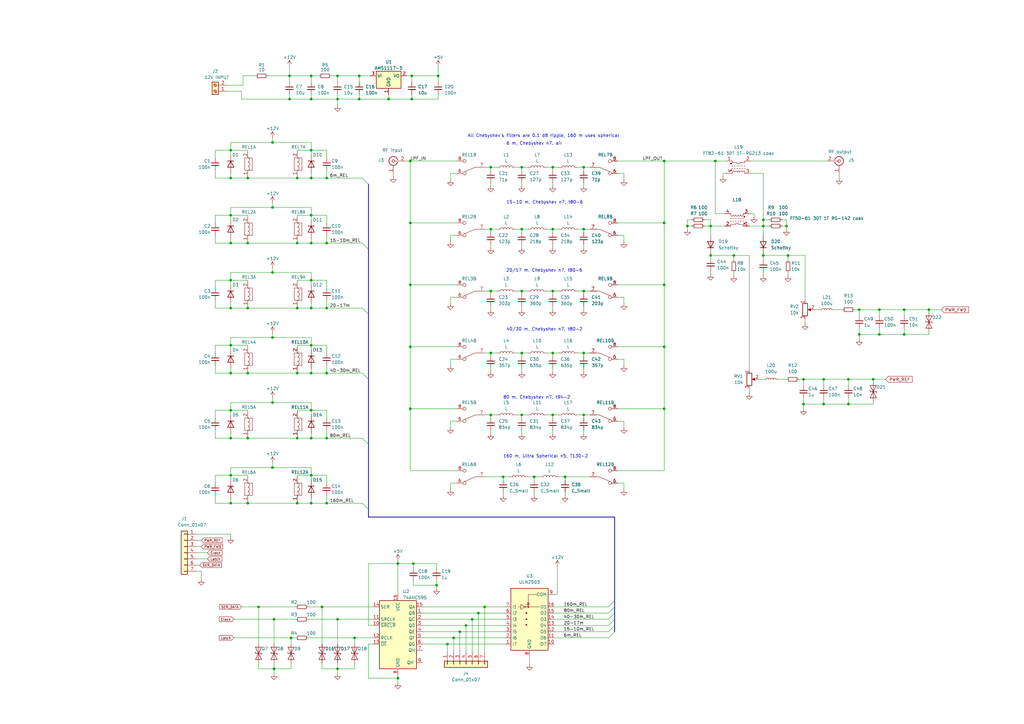
<source format=kicad_sch>
(kicad_sch (version 20230121) (generator eeschema)
  (paper "A3")
  (title_block (title "LPF 160m-6m 1 kW") (date "2024-05-10") (rev "1.1") (company "SP6GK") (comment 1 "Shift register + driver") (comment 2 "SWR bridge"))
  (junction (at 313.055 104.775))
  (junction (at 360.68 137.16))
  (junction (at 101.6 73.025))
  (junction (at 127.635 141.605))
  (junction (at 337.82 165.735))
  (junction (at 213.995 170.18))
  (junction (at 119.38 261.62))
  (junction (at 219.075 195.58))
  (junction (at 94.615 61.595))
  (junction (at 111.76 85.09))
  (junction (at 226.695 144.78))
  (junction (at 121.92 99.695))
  (junction (at 138.43 274.32))
  (junction (at 121.92 126.365))
  (junction (at 169.545 231.14))
  (junction (at 127.635 153.035))
  (junction (at 132.08 248.92))
  (junction (at 106.045 248.92))
  (junction (at 272.415 66.04))
  (junction (at 226.695 119.38))
  (junction (at 313.055 90.17))
  (junction (at 133.985 153.035))
  (junction (at 322.58 92.71))
  (junction (at 313.055 92.71))
  (junction (at 101.6 206.375))
  (junction (at 147.32 40.64))
  (junction (at 358.14 155.575))
  (junction (at 226.695 170.18))
  (junction (at 329.565 165.735))
  (junction (at 281.94 92.71))
  (junction (at 323.215 104.775))
  (junction (at 213.995 93.98))
  (junction (at 347.98 155.575))
  (junction (at 239.395 119.38))
  (junction (at 201.295 93.98))
  (junction (at 127.635 194.945))
  (junction (at 239.395 170.18))
  (junction (at 111.76 165.1))
  (junction (at 352.425 127))
  (junction (at 198.755 248.92))
  (junction (at 226.695 68.58))
  (junction (at 94.615 99.695))
  (junction (at 138.43 40.64))
  (junction (at 201.295 170.18))
  (junction (at 213.995 68.58))
  (junction (at 329.565 155.575))
  (junction (at 101.6 153.035))
  (junction (at 213.995 119.38))
  (junction (at 111.76 138.43))
  (junction (at 121.92 153.035))
  (junction (at 213.995 144.78))
  (junction (at 239.395 144.78))
  (junction (at 163.195 278.13))
  (junction (at 168.91 40.64))
  (junction (at 168.275 167.64))
  (junction (at 94.615 168.275))
  (junction (at 133.985 73.025))
  (junction (at 168.275 91.44))
  (junction (at 179.705 31.115))
  (junction (at 127.635 73.025))
  (junction (at 94.615 206.375))
  (junction (at 370.84 127))
  (junction (at 337.82 155.575))
  (junction (at 272.415 91.44))
  (junction (at 133.985 126.365))
  (junction (at 272.415 142.24))
  (junction (at 360.68 127))
  (junction (at 101.6 179.705))
  (junction (at 196.215 251.46))
  (junction (at 127.635 61.595))
  (junction (at 272.415 167.64))
  (junction (at 133.985 206.375))
  (junction (at 101.6 126.365))
  (junction (at 168.275 66.04))
  (junction (at 94.615 114.935))
  (junction (at 239.395 68.58))
  (junction (at 127.635 88.265))
  (junction (at 133.985 179.705))
  (junction (at 121.92 206.375))
  (junction (at 121.92 179.705))
  (junction (at 201.295 144.78))
  (junction (at 191.135 256.54))
  (junction (at 347.98 165.735))
  (junction (at 272.415 116.84))
  (junction (at 168.275 116.84))
  (junction (at 159.385 40.64))
  (junction (at 186.055 261.62))
  (junction (at 201.295 68.58))
  (junction (at 300.99 104.775))
  (junction (at 94.615 73.025))
  (junction (at 138.43 254))
  (junction (at 183.515 264.16))
  (junction (at 121.92 73.025))
  (junction (at 291.465 92.71))
  (junction (at 293.37 66.04))
  (junction (at 127.635 206.375))
  (junction (at 94.615 153.035))
  (junction (at 112.395 274.32))
  (junction (at 201.295 119.38))
  (junction (at 127.635 114.935))
  (junction (at 138.43 31.115))
  (junction (at 133.985 99.695))
  (junction (at 239.395 93.98))
  (junction (at 118.745 40.64))
  (junction (at 168.91 31.115))
  (junction (at 231.775 195.58))
  (junction (at 94.615 194.945))
  (junction (at 193.675 254))
  (junction (at 127.635 31.115))
  (junction (at 94.615 141.605))
  (junction (at 94.615 88.265))
  (junction (at 118.745 31.115))
  (junction (at 127.635 179.705))
  (junction (at 111.76 58.42))
  (junction (at 206.375 195.58))
  (junction (at 94.615 126.365))
  (junction (at 179.07 240.03))
  (junction (at 127.635 168.275))
  (junction (at 352.425 137.16))
  (junction (at 291.465 104.775))
  (junction (at 111.76 111.76))
  (junction (at 147.32 31.115))
  (junction (at 226.695 93.98))
  (junction (at 127.635 40.64))
  (junction (at 127.635 126.365))
  (junction (at 370.84 137.16))
  (junction (at 168.275 142.24))
  (junction (at 101.6 99.695))
  (junction (at 111.76 191.77))
  (junction (at 127.635 99.695))
  (junction (at 94.615 179.705))
  (junction (at 188.595 259.08))
  (junction (at 112.395 254))
  (junction (at 381 127))
  (junction (at 145.415 261.62))
  (junction (at 163.195 231.14))
  (bus_entry (at 249.555 248.92) (size 2.54 -2.54))
  (bus_entry (at 148.59 153.035) (size 2.54 2.54))
  (bus_entry (at 249.555 254) (size 2.54 -2.54))
  (bus_entry (at 148.59 73.025) (size 2.54 2.54))
  (bus_entry (at 148.59 206.375) (size 2.54 2.54))
  (bus_entry (at 148.59 179.705) (size 2.54 2.54))
  (bus_entry (at 249.555 261.62) (size 2.54 -2.54))
  (bus_entry (at 249.555 259.08) (size 2.54 -2.54))
  (bus_entry (at 249.555 256.54) (size 2.54 -2.54))
  (bus_entry (at 148.59 99.695) (size 2.54 2.54))
  (bus_entry (at 249.555 251.46) (size 2.54 -2.54))
  (bus_entry (at 148.59 126.365) (size 2.54 2.54))
  (wire (pts (xy 168.275 66.04) (xy 168.275 91.44)))
  (wire (pts (xy 184.785 121.92) (xy 187.325 121.92)))
  (wire (pts (xy 99.695 31.115) (xy 104.775 31.115)))
  (wire (pts (xy 201.295 170.18) (xy 201.295 171.45)))
  (wire (pts (xy 186.055 261.62) (xy 207.01 261.62)))
  (wire (pts (xy 198.755 119.38) (xy 201.295 119.38)))
  (wire (pts (xy 133.985 99.695) (xy 148.59 99.695)))
  (wire (pts (xy 183.515 264.16) (xy 207.01 264.16)))
  (wire (pts (xy 119.38 274.32) (xy 119.38 271.78)))
  (wire (pts (xy 293.37 66.04) (xy 297.815 66.04)))
  (wire (pts (xy 111.76 56.515) (xy 111.76 58.42)))
  (wire (pts (xy 329.565 165.735) (xy 337.82 165.735)))
  (wire (pts (xy 226.695 93.98) (xy 229.235 93.98)))
  (wire (pts (xy 168.91 40.64) (xy 168.91 38.735)))
  (wire (pts (xy 311.15 155.575) (xy 313.69 155.575)))
  (wire (pts (xy 206.375 195.58) (xy 206.375 196.85)))
  (wire (pts (xy 179.705 31.115) (xy 179.705 33.655)))
  (wire (pts (xy 159.385 40.64) (xy 168.91 40.64)))
  (wire (pts (xy 227.33 254) (xy 249.555 254)))
  (wire (pts (xy 106.045 274.32) (xy 112.395 274.32)))
  (wire (pts (xy 118.745 31.115) (xy 118.745 33.655)))
  (wire (pts (xy 121.92 206.375) (xy 121.92 205.74)))
  (wire (pts (xy 173.355 259.08) (xy 188.595 259.08)))
  (wire (pts (xy 329.565 167.64) (xy 329.565 165.735)))
  (wire (pts (xy 126.365 248.92) (xy 132.08 248.92)))
  (wire (pts (xy 121.285 261.62) (xy 119.38 261.62)))
  (wire (pts (xy 127.635 85.09) (xy 127.635 88.265)))
  (wire (pts (xy 133.985 123.19) (xy 133.985 126.365)))
  (wire (pts (xy 213.995 170.18) (xy 213.995 171.45)))
  (wire (pts (xy 133.985 176.53) (xy 133.985 179.705)))
  (wire (pts (xy 231.775 201.93) (xy 231.775 203.2)))
  (wire (pts (xy 255.905 71.12) (xy 253.365 71.12)))
  (wire (pts (xy 187.325 91.44) (xy 168.275 91.44)))
  (wire (pts (xy 309.245 87.63) (xy 307.34 87.63)))
  (wire (pts (xy 226.695 176.53) (xy 226.695 177.8)))
  (wire (pts (xy 236.855 170.18) (xy 239.395 170.18)))
  (wire (pts (xy 94.615 85.09) (xy 111.76 85.09)))
  (wire (pts (xy 147.32 31.115) (xy 147.32 33.655)))
  (wire (pts (xy 313.055 71.12) (xy 313.055 90.17)))
  (wire (pts (xy 101.6 126.365) (xy 101.6 125.73)))
  (wire (pts (xy 173.355 251.46) (xy 196.215 251.46)))
  (wire (pts (xy 94.615 58.42) (xy 111.76 58.42)))
  (wire (pts (xy 94.615 153.035) (xy 101.6 153.035)))
  (wire (pts (xy 173.355 264.16) (xy 183.515 264.16)))
  (wire (pts (xy 313.055 104.775) (xy 313.055 106.68)))
  (wire (pts (xy 228.6 243.84) (xy 227.33 243.84)))
  (wire (pts (xy 94.615 138.43) (xy 111.76 138.43)))
  (wire (pts (xy 132.08 248.92) (xy 132.08 264.16)))
  (wire (pts (xy 344.17 71.12) (xy 344.17 73.025)))
  (wire (pts (xy 111.76 191.77) (xy 127.635 191.77)))
  (wire (pts (xy 133.985 69.85) (xy 133.985 73.025)))
  (wire (pts (xy 94.615 151.13) (xy 94.615 153.035)))
  (wire (pts (xy 323.215 113.03) (xy 323.215 111.76)))
  (wire (pts (xy 121.92 141.605) (xy 127.635 141.605)))
  (wire (pts (xy 231.775 195.58) (xy 231.775 196.85)))
  (wire (pts (xy 138.43 264.16) (xy 138.43 254)))
  (wire (pts (xy 121.92 179.705) (xy 127.635 179.705)))
  (wire (pts (xy 94.615 191.77) (xy 94.615 194.945)))
  (bus (pts (xy 252.095 248.92) (xy 252.095 251.46)))
  (wire (pts (xy 94.615 88.265) (xy 94.615 90.17)))
  (wire (pts (xy 121.92 126.365) (xy 121.92 125.73)))
  (wire (pts (xy 272.415 66.04) (xy 272.415 91.44)))
  (wire (pts (xy 94.615 111.76) (xy 94.615 114.935)))
  (wire (pts (xy 127.635 151.13) (xy 127.635 153.035)))
  (wire (pts (xy 358.14 164.465) (xy 358.14 165.735)))
  (wire (pts (xy 307.34 92.71) (xy 313.055 92.71)))
  (wire (pts (xy 352.425 127) (xy 352.425 129.54)))
  (wire (pts (xy 159.385 40.64) (xy 147.32 40.64)))
  (wire (pts (xy 101.6 142.24) (xy 101.6 141.605)))
  (wire (pts (xy 101.6 73.025) (xy 121.92 73.025)))
  (wire (pts (xy 127.635 99.695) (xy 133.985 99.695)))
  (wire (pts (xy 127.635 191.77) (xy 127.635 194.945)))
  (wire (pts (xy 161.29 71.12) (xy 161.29 72.39)))
  (wire (pts (xy 94.615 194.945) (xy 101.6 194.945)))
  (wire (pts (xy 101.6 99.695) (xy 101.6 99.06)))
  (wire (pts (xy 313.055 104.775) (xy 323.215 104.775)))
  (wire (pts (xy 168.275 142.24) (xy 168.275 167.64)))
  (wire (pts (xy 184.785 71.12) (xy 187.325 71.12)))
  (wire (pts (xy 121.92 179.705) (xy 121.92 179.07)))
  (wire (pts (xy 198.755 144.78) (xy 201.295 144.78)))
  (wire (pts (xy 138.43 254) (xy 153.035 254)))
  (wire (pts (xy 184.785 73.66) (xy 184.785 71.12)))
  (wire (pts (xy 226.695 170.18) (xy 226.695 171.45)))
  (wire (pts (xy 219.075 195.58) (xy 221.615 195.58)))
  (wire (pts (xy 88.265 61.595) (xy 94.615 61.595)))
  (wire (pts (xy 94.615 141.605) (xy 101.6 141.605)))
  (wire (pts (xy 88.265 176.53) (xy 88.265 179.705)))
  (wire (pts (xy 88.265 99.695) (xy 94.615 99.695)))
  (wire (pts (xy 81.915 231.775) (xy 80.645 231.775)))
  (wire (pts (xy 281.94 92.71) (xy 283.845 92.71)))
  (wire (pts (xy 94.615 85.09) (xy 94.615 88.265)))
  (wire (pts (xy 318.77 155.575) (xy 322.58 155.575)))
  (wire (pts (xy 296.545 71.12) (xy 296.545 72.39)))
  (wire (pts (xy 337.82 165.735) (xy 337.82 163.195)))
  (wire (pts (xy 313.055 90.17) (xy 315.595 90.17)))
  (wire (pts (xy 239.395 170.18) (xy 241.935 170.18)))
  (wire (pts (xy 226.695 100.33) (xy 226.695 101.6)))
  (wire (pts (xy 213.995 93.98) (xy 216.535 93.98)))
  (wire (pts (xy 213.995 144.78) (xy 216.535 144.78)))
  (wire (pts (xy 138.43 40.64) (xy 127.635 40.64)))
  (wire (pts (xy 239.395 74.93) (xy 239.395 76.2)))
  (wire (pts (xy 211.455 144.78) (xy 213.995 144.78)))
  (wire (pts (xy 169.545 231.14) (xy 169.545 233.045)))
  (wire (pts (xy 179.07 238.125) (xy 179.07 240.03)))
  (wire (pts (xy 201.295 100.33) (xy 201.295 101.6)))
  (wire (pts (xy 121.92 195.58) (xy 121.92 194.945)))
  (wire (pts (xy 127.635 58.42) (xy 127.635 61.595)))
  (wire (pts (xy 329.565 163.195) (xy 329.565 165.735)))
  (wire (pts (xy 127.635 38.735) (xy 127.635 40.64)))
  (wire (pts (xy 121.92 168.275) (xy 127.635 168.275)))
  (wire (pts (xy 322.58 92.71) (xy 322.58 90.17)))
  (wire (pts (xy 227.33 261.62) (xy 249.555 261.62)))
  (wire (pts (xy 88.265 141.605) (xy 94.615 141.605)))
  (wire (pts (xy 127.635 165.1) (xy 127.635 168.275)))
  (wire (pts (xy 132.08 271.78) (xy 132.08 274.32)))
  (bus (pts (xy 252.095 254) (xy 252.095 256.54)))
  (wire (pts (xy 283.845 90.17) (xy 281.94 90.17)))
  (wire (pts (xy 138.43 38.735) (xy 138.43 40.64)))
  (wire (pts (xy 381 127) (xy 386.08 127)))
  (wire (pts (xy 216.535 195.58) (xy 219.075 195.58)))
  (wire (pts (xy 219.075 201.93) (xy 219.075 203.2)))
  (wire (pts (xy 163.195 231.14) (xy 163.195 243.84)))
  (wire (pts (xy 370.84 137.16) (xy 370.84 134.62)))
  (wire (pts (xy 183.515 264.16) (xy 183.515 267.335)))
  (wire (pts (xy 127.635 114.935) (xy 127.635 116.84)))
  (wire (pts (xy 330.2 130.81) (xy 330.2 132.715)))
  (wire (pts (xy 121.92 115.57) (xy 121.92 114.935)))
  (wire (pts (xy 188.595 259.08) (xy 188.595 267.335)))
  (wire (pts (xy 101.6 115.57) (xy 101.6 114.935)))
  (wire (pts (xy 127.635 61.595) (xy 133.985 61.595)))
  (wire (pts (xy 101.6 73.025) (xy 101.6 72.39)))
  (wire (pts (xy 94.615 114.935) (xy 94.615 116.84)))
  (wire (pts (xy 118.745 27.305) (xy 118.745 31.115)))
  (wire (pts (xy 337.82 155.575) (xy 337.82 158.115)))
  (wire (pts (xy 101.6 195.58) (xy 101.6 194.945)))
  (wire (pts (xy 201.295 93.98) (xy 201.295 95.25)))
  (bus (pts (xy 151.13 75.565) (xy 151.13 102.235)))
  (wire (pts (xy 163.195 229.87) (xy 163.195 231.14)))
  (wire (pts (xy 94.615 194.945) (xy 94.615 196.85)))
  (wire (pts (xy 253.365 167.64) (xy 272.415 167.64)))
  (wire (pts (xy 313.055 90.17) (xy 313.055 92.71)))
  (wire (pts (xy 281.94 93.98) (xy 281.94 92.71)))
  (wire (pts (xy 94.615 168.275) (xy 94.615 170.18)))
  (wire (pts (xy 101.6 126.365) (xy 121.92 126.365)))
  (wire (pts (xy 288.925 90.17) (xy 291.465 90.17)))
  (wire (pts (xy 226.695 119.38) (xy 229.235 119.38)))
  (wire (pts (xy 291.465 104.775) (xy 300.99 104.775)))
  (wire (pts (xy 101.6 88.9) (xy 101.6 88.265)))
  (wire (pts (xy 239.395 93.98) (xy 241.935 93.98)))
  (wire (pts (xy 127.635 141.605) (xy 127.635 143.51)))
  (wire (pts (xy 288.925 92.71) (xy 291.465 92.71)))
  (wire (pts (xy 118.745 31.115) (xy 127.635 31.115)))
  (wire (pts (xy 291.465 90.17) (xy 291.465 92.71)))
  (wire (pts (xy 293.37 66.04) (xy 293.37 87.63)))
  (wire (pts (xy 226.695 119.38) (xy 226.695 120.65)))
  (wire (pts (xy 147.32 31.115) (xy 151.765 31.115)))
  (wire (pts (xy 101.6 153.035) (xy 121.92 153.035)))
  (wire (pts (xy 101.6 206.375) (xy 101.6 205.74)))
  (bus (pts (xy 252.095 246.38) (xy 252.095 248.92)))
  (wire (pts (xy 219.075 195.58) (xy 219.075 196.85)))
  (wire (pts (xy 213.995 74.93) (xy 213.995 76.2)))
  (wire (pts (xy 80.645 219.075) (xy 94.615 219.075)))
  (wire (pts (xy 184.785 200.66) (xy 184.785 198.12)))
  (wire (pts (xy 121.92 153.035) (xy 121.92 152.4)))
  (wire (pts (xy 88.265 153.035) (xy 94.615 153.035)))
  (wire (pts (xy 179.07 240.03) (xy 169.545 240.03)))
  (wire (pts (xy 82.55 224.155) (xy 80.645 224.155)))
  (wire (pts (xy 133.985 179.705) (xy 148.59 179.705)))
  (wire (pts (xy 201.295 144.78) (xy 203.835 144.78)))
  (wire (pts (xy 121.92 206.375) (xy 127.635 206.375)))
  (wire (pts (xy 313.055 92.71) (xy 313.055 96.52)))
  (wire (pts (xy 167.005 31.115) (xy 168.91 31.115)))
  (wire (pts (xy 201.295 68.58) (xy 203.835 68.58)))
  (wire (pts (xy 88.265 73.025) (xy 94.615 73.025)))
  (wire (pts (xy 198.755 68.58) (xy 201.295 68.58)))
  (wire (pts (xy 239.395 119.38) (xy 239.395 120.65)))
  (bus (pts (xy 151.13 182.245) (xy 151.13 208.915)))
  (wire (pts (xy 206.375 195.58) (xy 208.915 195.58)))
  (wire (pts (xy 127.635 88.265) (xy 133.985 88.265)))
  (wire (pts (xy 166.37 66.04) (xy 168.275 66.04)))
  (wire (pts (xy 127.635 138.43) (xy 127.635 141.605)))
  (wire (pts (xy 153.035 248.92) (xy 132.08 248.92)))
  (wire (pts (xy 121.92 194.945) (xy 127.635 194.945)))
  (wire (pts (xy 85.09 229.235) (xy 80.645 229.235)))
  (wire (pts (xy 119.38 261.62) (xy 119.38 264.16)))
  (wire (pts (xy 341.63 127) (xy 345.44 127)))
  (wire (pts (xy 201.295 170.18) (xy 203.835 170.18)))
  (wire (pts (xy 217.17 269.24) (xy 217.17 272.415)))
  (wire (pts (xy 121.92 153.035) (xy 127.635 153.035)))
  (wire (pts (xy 213.995 170.18) (xy 216.535 170.18)))
  (wire (pts (xy 94.615 61.595) (xy 94.615 63.5)))
  (wire (pts (xy 94.615 97.79) (xy 94.615 99.695)))
  (wire (pts (xy 133.985 206.375) (xy 148.59 206.375)))
  (wire (pts (xy 313.055 104.14) (xy 313.055 104.775)))
  (wire (pts (xy 94.615 99.695) (xy 101.6 99.695)))
  (wire (pts (xy 151.13 278.13) (xy 163.195 278.13)))
  (wire (pts (xy 213.995 93.98) (xy 213.995 95.25)))
  (wire (pts (xy 127.635 61.595) (xy 127.635 63.5)))
  (wire (pts (xy 94.615 165.1) (xy 111.76 165.1)))
  (wire (pts (xy 206.375 201.93) (xy 206.375 203.2)))
  (wire (pts (xy 169.545 231.14) (xy 163.195 231.14)))
  (wire (pts (xy 88.265 69.85) (xy 88.265 73.025)))
  (wire (pts (xy 329.565 155.575) (xy 337.82 155.575)))
  (wire (pts (xy 127.635 31.115) (xy 127.635 33.655)))
  (wire (pts (xy 291.465 112.395) (xy 291.465 111.125)))
  (wire (pts (xy 224.155 93.98) (xy 226.695 93.98)))
  (wire (pts (xy 127.635 97.79) (xy 127.635 99.695)))
  (wire (pts (xy 198.755 248.92) (xy 198.755 267.335)))
  (wire (pts (xy 307.34 159.385) (xy 307.34 161.29)))
  (wire (pts (xy 239.395 144.78) (xy 241.935 144.78)))
  (wire (pts (xy 168.275 66.04) (xy 187.325 66.04)))
  (wire (pts (xy 127.635 168.275) (xy 127.635 170.18)))
  (wire (pts (xy 127.635 71.12) (xy 127.635 73.025)))
  (bus (pts (xy 151.13 102.235) (xy 151.13 128.905)))
  (wire (pts (xy 211.455 68.58) (xy 213.995 68.58)))
  (wire (pts (xy 350.52 127) (xy 352.425 127)))
  (wire (pts (xy 255.905 200.66) (xy 255.905 198.12)))
  (wire (pts (xy 88.265 96.52) (xy 88.265 99.695)))
  (wire (pts (xy 179.705 38.735) (xy 179.705 40.64)))
  (bus (pts (xy 252.095 251.46) (xy 252.095 254)))
  (wire (pts (xy 297.815 71.12) (xy 296.545 71.12)))
  (wire (pts (xy 127.635 141.605) (xy 133.985 141.605)))
  (wire (pts (xy 121.92 73.025) (xy 127.635 73.025)))
  (wire (pts (xy 179.705 27.305) (xy 179.705 31.115)))
  (wire (pts (xy 133.985 153.035) (xy 148.59 153.035)))
  (wire (pts (xy 151.13 264.16) (xy 151.13 278.13)))
  (wire (pts (xy 168.275 193.04) (xy 187.325 193.04)))
  (wire (pts (xy 99.06 248.92) (xy 106.045 248.92)))
  (wire (pts (xy 201.295 74.93) (xy 201.295 76.2)))
  (wire (pts (xy 196.215 251.46) (xy 196.215 267.335)))
  (wire (pts (xy 201.295 68.58) (xy 201.295 69.85)))
  (wire (pts (xy 272.415 193.04) (xy 253.365 193.04)))
  (wire (pts (xy 88.265 203.2) (xy 88.265 206.375)))
  (wire (pts (xy 133.985 198.12) (xy 133.985 194.945)))
  (wire (pts (xy 95.885 254) (xy 112.395 254)))
  (wire (pts (xy 291.465 104.775) (xy 291.465 106.045)))
  (wire (pts (xy 360.68 127) (xy 370.84 127)))
  (wire (pts (xy 88.265 144.78) (xy 88.265 141.605)))
  (wire (pts (xy 224.155 119.38) (xy 226.695 119.38)))
  (wire (pts (xy 133.985 96.52) (xy 133.985 99.695)))
  (wire (pts (xy 226.695 93.98) (xy 226.695 95.25)))
  (wire (pts (xy 168.91 31.115) (xy 168.91 33.655)))
  (wire (pts (xy 291.465 92.71) (xy 291.465 96.52)))
  (wire (pts (xy 111.76 163.195) (xy 111.76 165.1)))
  (wire (pts (xy 227.33 251.46) (xy 249.555 251.46)))
  (wire (pts (xy 127.635 204.47) (xy 127.635 206.375)))
  (wire (pts (xy 94.615 71.12) (xy 94.615 73.025)))
  (wire (pts (xy 168.91 31.115) (xy 179.705 31.115)))
  (wire (pts (xy 239.395 68.58) (xy 241.935 68.58)))
  (wire (pts (xy 193.675 254) (xy 207.01 254)))
  (wire (pts (xy 313.055 113.03) (xy 313.055 111.76)))
  (wire (pts (xy 184.785 96.52) (xy 187.325 96.52)))
  (wire (pts (xy 226.695 74.93) (xy 226.695 76.2)))
  (wire (pts (xy 255.905 99.06) (xy 255.905 96.52)))
  (wire (pts (xy 236.855 68.58) (xy 239.395 68.58)))
  (wire (pts (xy 82.55 234.315) (xy 82.55 237.49)))
  (wire (pts (xy 111.76 136.525) (xy 111.76 138.43)))
  (wire (pts (xy 370.84 137.16) (xy 381 137.16)))
  (wire (pts (xy 198.755 248.92) (xy 207.01 248.92)))
  (wire (pts (xy 88.265 64.77) (xy 88.265 61.595)))
  (wire (pts (xy 94.615 73.025) (xy 101.6 73.025)))
  (wire (pts (xy 358.14 155.575) (xy 363.22 155.575)))
  (wire (pts (xy 101.6 179.705) (xy 101.6 179.07)))
  (wire (pts (xy 337.82 165.735) (xy 347.98 165.735)))
  (wire (pts (xy 99.695 34.925) (xy 99.695 31.115)))
  (wire (pts (xy 360.68 137.16) (xy 370.84 137.16)))
  (wire (pts (xy 127.635 114.935) (xy 133.985 114.935)))
  (wire (pts (xy 360.68 137.16) (xy 360.68 134.62)))
  (wire (pts (xy 253.365 66.04) (xy 272.415 66.04)))
  (wire (pts (xy 239.395 144.78) (xy 239.395 146.05)))
  (wire (pts (xy 236.855 144.78) (xy 239.395 144.78)))
  (bus (pts (xy 252.095 256.54) (xy 252.095 259.08)))
  (wire (pts (xy 112.395 274.32) (xy 112.395 276.225)))
  (wire (pts (xy 138.43 271.78) (xy 138.43 274.32)))
  (wire (pts (xy 255.905 124.46) (xy 255.905 121.92)))
  (wire (pts (xy 151.13 256.54) (xy 151.13 231.14)))
  (wire (pts (xy 337.82 155.575) (xy 347.98 155.575)))
  (wire (pts (xy 133.985 64.77) (xy 133.985 61.595)))
  (wire (pts (xy 94.615 88.265) (xy 101.6 88.265)))
  (wire (pts (xy 239.395 176.53) (xy 239.395 177.8)))
  (wire (pts (xy 352.425 139.065) (xy 352.425 137.16)))
  (wire (pts (xy 313.055 92.71) (xy 315.595 92.71)))
  (wire (pts (xy 153.035 256.54) (xy 151.13 256.54)))
  (wire (pts (xy 88.265 126.365) (xy 94.615 126.365)))
  (wire (pts (xy 145.415 261.62) (xy 145.415 264.16)))
  (wire (pts (xy 313.055 71.12) (xy 307.975 71.12)))
  (wire (pts (xy 88.265 114.935) (xy 94.615 114.935)))
  (wire (pts (xy 224.155 144.78) (xy 226.695 144.78)))
  (wire (pts (xy 184.785 198.12) (xy 187.325 198.12)))
  (wire (pts (xy 213.995 68.58) (xy 213.995 69.85)))
  (wire (pts (xy 272.415 66.04) (xy 293.37 66.04)))
  (wire (pts (xy 111.76 165.1) (xy 127.635 165.1)))
  (wire (pts (xy 133.985 118.11) (xy 133.985 114.935)))
  (wire (pts (xy 211.455 93.98) (xy 213.995 93.98)))
  (wire (pts (xy 184.785 147.32) (xy 187.325 147.32)))
  (wire (pts (xy 94.615 206.375) (xy 101.6 206.375)))
  (wire (pts (xy 127.635 206.375) (xy 133.985 206.375)))
  (wire (pts (xy 184.785 149.86) (xy 184.785 147.32)))
  (wire (pts (xy 291.465 104.14) (xy 291.465 104.775)))
  (wire (pts (xy 236.855 119.38) (xy 239.395 119.38)))
  (wire (pts (xy 121.92 126.365) (xy 127.635 126.365)))
  (wire (pts (xy 82.55 221.615) (xy 80.645 221.615)))
  (wire (pts (xy 236.855 93.98) (xy 239.395 93.98)))
  (wire (pts (xy 88.265 91.44) (xy 88.265 88.265)))
  (wire (pts (xy 227.33 248.92) (xy 249.555 248.92)))
  (wire (pts (xy 381 127) (xy 381 128.27)))
  (wire (pts (xy 213.995 100.33) (xy 213.995 101.6)))
  (wire (pts (xy 239.395 93.98) (xy 239.395 95.25)))
  (wire (pts (xy 168.275 91.44) (xy 168.275 116.84)))
  (wire (pts (xy 307.975 66.04) (xy 339.09 66.04)))
  (wire (pts (xy 94.615 58.42) (xy 94.615 61.595)))
  (wire (pts (xy 370.84 127) (xy 370.84 129.54)))
  (wire (pts (xy 255.905 147.32) (xy 253.365 147.32)))
  (wire (pts (xy 193.675 254) (xy 193.675 267.335)))
  (bus (pts (xy 151.13 155.575) (xy 151.13 182.245)))
  (wire (pts (xy 94.615 61.595) (xy 101.6 61.595)))
  (wire (pts (xy 168.275 116.84) (xy 168.275 142.24)))
  (wire (pts (xy 201.295 119.38) (xy 203.835 119.38)))
  (wire (pts (xy 101.6 62.23) (xy 101.6 61.595)))
  (wire (pts (xy 88.265 168.275) (xy 94.615 168.275)))
  (wire (pts (xy 226.695 144.78) (xy 226.695 146.05)))
  (wire (pts (xy 255.905 121.92) (xy 253.365 121.92)))
  (wire (pts (xy 112.395 264.16) (xy 112.395 254)))
  (wire (pts (xy 198.755 195.58) (xy 206.375 195.58)))
  (wire (pts (xy 198.755 93.98) (xy 201.295 93.98)))
  (wire (pts (xy 352.425 137.16) (xy 360.68 137.16)))
  (wire (pts (xy 94.615 165.1) (xy 94.615 168.275)))
  (wire (pts (xy 133.985 73.025) (xy 148.59 73.025)))
  (wire (pts (xy 187.325 167.64) (xy 168.275 167.64)))
  (bus (pts (xy 151.13 128.905) (xy 151.13 155.575)))
  (wire (pts (xy 227.33 259.08) (xy 249.555 259.08)))
  (wire (pts (xy 111.76 111.76) (xy 127.635 111.76)))
  (wire (pts (xy 127.635 179.705) (xy 133.985 179.705)))
  (wire (pts (xy 127.635 73.025) (xy 133.985 73.025)))
  (wire (pts (xy 191.135 256.54) (xy 207.01 256.54)))
  (wire (pts (xy 133.985 144.78) (xy 133.985 141.605)))
  (wire (pts (xy 184.785 172.72) (xy 187.325 172.72)))
  (wire (pts (xy 309.245 88.9) (xy 309.245 87.63)))
  (bus (pts (xy 151.13 212.09) (xy 252.095 212.09)))
  (wire (pts (xy 291.465 92.71) (xy 297.18 92.71)))
  (wire (pts (xy 188.595 259.08) (xy 207.01 259.08)))
  (wire (pts (xy 151.13 231.14) (xy 163.195 231.14)))
  (wire (pts (xy 329.565 155.575) (xy 329.565 158.115)))
  (wire (pts (xy 213.995 68.58) (xy 216.535 68.58)))
  (wire (pts (xy 159.385 38.735) (xy 159.385 40.64)))
  (wire (pts (xy 138.43 43.18) (xy 138.43 40.64)))
  (wire (pts (xy 173.355 256.54) (xy 191.135 256.54)))
  (wire (pts (xy 229.235 195.58) (xy 231.775 195.58)))
  (wire (pts (xy 121.92 99.695) (xy 127.635 99.695)))
  (wire (pts (xy 106.045 271.78) (xy 106.045 274.32)))
  (wire (pts (xy 255.905 96.52) (xy 253.365 96.52)))
  (wire (pts (xy 352.425 127) (xy 360.68 127)))
  (wire (pts (xy 323.215 104.775) (xy 330.2 104.775)))
  (wire (pts (xy 121.285 248.92) (xy 106.045 248.92)))
  (wire (pts (xy 186.055 261.62) (xy 186.055 267.335)))
  (wire (pts (xy 121.92 61.595) (xy 127.635 61.595)))
  (wire (pts (xy 224.155 170.18) (xy 226.695 170.18)))
  (wire (pts (xy 173.355 254) (xy 193.675 254)))
  (wire (pts (xy 101.6 99.695) (xy 121.92 99.695)))
  (bus (pts (xy 252.095 212.09) (xy 252.095 246.38)))
  (wire (pts (xy 88.265 194.945) (xy 94.615 194.945)))
  (wire (pts (xy 127.635 153.035) (xy 133.985 153.035)))
  (wire (pts (xy 111.76 109.855) (xy 111.76 111.76)))
  (wire (pts (xy 213.995 119.38) (xy 216.535 119.38)))
  (wire (pts (xy 226.695 170.18) (xy 229.235 170.18)))
  (wire (pts (xy 127.635 126.365) (xy 133.985 126.365)))
  (wire (pts (xy 213.995 151.13) (xy 213.995 152.4)))
  (wire (pts (xy 224.155 68.58) (xy 226.695 68.58)))
  (wire (pts (xy 168.91 40.64) (xy 179.705 40.64)))
  (wire (pts (xy 293.37 87.63) (xy 297.18 87.63)))
  (wire (pts (xy 211.455 119.38) (xy 213.995 119.38)))
  (wire (pts (xy 118.745 40.64) (xy 118.745 38.735)))
  (wire (pts (xy 88.265 88.265) (xy 94.615 88.265)))
  (wire (pts (xy 239.395 170.18) (xy 239.395 171.45)))
  (wire (pts (xy 121.92 168.91) (xy 121.92 168.275)))
  (wire (pts (xy 111.76 83.185) (xy 111.76 85.09)))
  (wire (pts (xy 334.01 127) (xy 336.55 127)))
  (wire (pts (xy 88.265 206.375) (xy 94.615 206.375)))
  (wire (pts (xy 187.325 142.24) (xy 168.275 142.24)))
  (wire (pts (xy 112.395 254) (xy 121.285 254)))
  (wire (pts (xy 153.035 264.16) (xy 151.13 264.16)))
  (wire (pts (xy 147.32 40.64) (xy 138.43 40.64)))
  (wire (pts (xy 80.645 234.315) (xy 82.55 234.315)))
  (wire (pts (xy 347.98 165.735) (xy 347.98 163.195)))
  (wire (pts (xy 169.545 240.03) (xy 169.545 238.125)))
  (wire (pts (xy 213.995 176.53) (xy 213.995 177.8)))
  (wire (pts (xy 127.635 124.46) (xy 127.635 126.365)))
  (wire (pts (xy 93.345 34.925) (xy 99.695 34.925)))
  (wire (pts (xy 201.295 151.13) (xy 201.295 152.4)))
  (wire (pts (xy 121.92 88.265) (xy 127.635 88.265)))
  (wire (pts (xy 239.395 125.73) (xy 239.395 127)))
  (wire (pts (xy 226.695 151.13) (xy 226.695 152.4)))
  (wire (pts (xy 94.615 124.46) (xy 94.615 126.365)))
  (wire (pts (xy 111.76 58.42) (xy 127.635 58.42)))
  (wire (pts (xy 88.265 171.45) (xy 88.265 168.275)))
  (wire (pts (xy 358.14 155.575) (xy 358.14 156.845)))
  (wire (pts (xy 330.2 104.775) (xy 330.2 123.19)))
  (wire (pts (xy 94.615 168.275) (xy 101.6 168.275)))
  (wire (pts (xy 163.195 278.13) (xy 163.195 280.035)))
  (wire (pts (xy 370.84 127) (xy 381 127)))
  (wire (pts (xy 226.695 68.58) (xy 226.695 69.85)))
  (wire (pts (xy 130.81 31.115) (xy 127.635 31.115)))
  (wire (pts (xy 184.785 99.06) (xy 184.785 96.52)))
  (wire (pts (xy 213.995 125.73) (xy 213.995 127)))
  (wire (pts (xy 127.635 40.64) (xy 118.745 40.64)))
  (wire (pts (xy 179.07 240.03) (xy 179.07 241.3)))
  (wire (pts (xy 121.92 114.935) (xy 127.635 114.935)))
  (wire (pts (xy 255.905 73.66) (xy 255.905 71.12)))
  (wire (pts (xy 94.615 126.365) (xy 101.6 126.365)))
  (wire (pts (xy 255.905 149.86) (xy 255.905 147.32)))
  (wire (pts (xy 322.58 92.71) (xy 322.58 93.98)))
  (wire (pts (xy 272.415 116.84) (xy 272.415 142.24)))
  (wire (pts (xy 127.635 111.76) (xy 127.635 114.935)))
  (wire (pts (xy 255.905 172.72) (xy 253.365 172.72)))
  (wire (pts (xy 112.395 274.32) (xy 119.38 274.32)))
  (wire (pts (xy 227.33 256.54) (xy 249.555 256.54)))
  (wire (pts (xy 201.295 93.98) (xy 203.835 93.98)))
  (wire (pts (xy 300.99 104.775) (xy 307.34 104.775)))
  (wire (pts (xy 281.94 90.17) (xy 281.94 92.71)))
  (wire (pts (xy 101.6 168.91) (xy 101.6 168.275)))
  (wire (pts (xy 347.98 155.575) (xy 358.14 155.575)))
  (wire (pts (xy 112.395 271.78) (xy 112.395 274.32)))
  (wire (pts (xy 132.08 274.32) (xy 138.43 274.32)))
  (wire (pts (xy 226.695 68.58) (xy 229.235 68.58)))
  (wire (pts (xy 253.365 116.84) (xy 272.415 116.84)))
  (wire (pts (xy 88.265 179.705) (xy 94.615 179.705)))
  (wire (pts (xy 253.365 142.24) (xy 272.415 142.24)))
  (wire (pts (xy 323.215 104.775) (xy 323.215 106.68)))
  (wire (pts (xy 255.905 198.12) (xy 253.365 198.12)))
  (wire (pts (xy 226.695 144.78) (xy 229.235 144.78)))
  (wire (pts (xy 94.615 177.8) (xy 94.615 179.705)))
  (wire (pts (xy 127.635 177.8) (xy 127.635 179.705)))
  (wire (pts (xy 101.6 179.705) (xy 121.92 179.705)))
  (bus (pts (xy 151.13 208.915) (xy 151.13 212.09)))
  (wire (pts (xy 88.265 123.19) (xy 88.265 126.365)))
  (wire (pts (xy 169.545 231.14) (xy 179.07 231.14)))
  (wire (pts (xy 127.635 194.945) (xy 133.985 194.945)))
  (wire (pts (xy 213.995 119.38) (xy 213.995 120.65)))
  (wire (pts (xy 360.68 127) (xy 360.68 129.54)))
  (wire (pts (xy 255.905 175.26) (xy 255.905 172.72)))
  (wire (pts (xy 101.6 206.375) (xy 121.92 206.375)))
  (wire (pts (xy 226.695 125.73) (xy 226.695 127)))
  (wire (pts (xy 133.985 149.86) (xy 133.985 153.035)))
  (wire (pts (xy 211.455 170.18) (xy 213.995 170.18)))
  (wire (pts (xy 135.89 31.115) (xy 138.43 31.115)))
  (wire (pts (xy 322.58 92.71) (xy 320.675 92.71)))
  (wire (pts (xy 133.985 203.2) (xy 133.985 206.375)))
  (wire (pts (xy 228.6 232.41) (xy 228.6 243.84)))
  (wire (pts (xy 106.045 248.92) (xy 106.045 264.16)))
  (wire (pts (xy 95.885 261.62) (xy 119.38 261.62)))
  (wire (pts (xy 94.615 138.43) (xy 94.615 141.605)))
  (wire (pts (xy 300.99 113.03) (xy 300.99 111.76)))
  (wire (pts (xy 191.135 256.54) (xy 191.135 267.335)))
  (wire (pts (xy 109.855 31.115) (xy 118.745 31.115)))
  (wire (pts (xy 239.395 151.13) (xy 239.395 152.4)))
  (wire (pts (xy 213.995 144.78) (xy 213.995 146.05)))
  (wire (pts (xy 111.76 189.865) (xy 111.76 191.77)))
  (wire (pts (xy 145.415 261.62) (xy 153.035 261.62)))
  (wire (pts (xy 127.635 194.945) (xy 127.635 196.85)))
  (wire (pts (xy 187.325 116.84) (xy 168.275 116.84)))
  (wire (pts (xy 198.755 170.18) (xy 201.295 170.18)))
  (wire (pts (xy 327.66 155.575) (xy 329.565 155.575)))
  (wire (pts (xy 121.92 99.695) (xy 121.92 99.06)))
  (wire (pts (xy 272.415 91.44) (xy 272.415 116.84)))
  (wire (pts (xy 133.985 126.365) (xy 148.59 126.365)))
  (wire (pts (xy 201.295 125.73) (xy 201.295 127)))
  (wire (pts (xy 127.635 168.275) (xy 133.985 168.275)))
  (wire (pts (xy 352.425 134.62) (xy 352.425 137.16)))
  (wire (pts (xy 121.92 73.025) (xy 121.92 72.39)))
  (wire (pts (xy 94.615 114.935) (xy 101.6 114.935)))
  (wire (pts (xy 121.92 142.24) (xy 121.92 141.605)))
  (wire (pts (xy 307.34 104.775) (xy 307.34 151.765)))
  (wire (pts (xy 94.615 204.47) (xy 94.615 206.375)))
  (wire (pts (xy 173.355 248.92) (xy 198.755 248.92)))
  (wire (pts (xy 126.365 254) (xy 138.43 254)))
  (wire (pts (xy 347.98 165.735) (xy 358.14 165.735)))
  (wire (pts (xy 88.265 198.12) (xy 88.265 194.945)))
  (wire (pts (xy 88.265 149.86) (xy 88.265 153.035)))
  (wire (pts (xy 121.92 62.23) (xy 121.92 61.595)))
  (wire (pts (xy 121.92 88.9) (xy 121.92 88.265)))
  (wire (pts (xy 94.615 141.605) (xy 94.615 143.51)))
  (wire (pts (xy 138.43 274.32) (xy 145.415 274.32)))
  (wire (pts (xy 201.295 144.78) (xy 201.295 146.05)))
  (wire (pts (xy 94.615 179.705) (xy 101.6 179.705)))
  (wire (pts (xy 381 135.89) (xy 381 137.16)))
  (wire (pts (xy 111.76 85.09) (xy 127.635 85.09)))
  (wire (pts (xy 88.265 118.11) (xy 88.265 114.935)))
  (wire (pts (xy 179.07 233.045) (xy 179.07 231.14)))
  (wire (pts (xy 138.43 274.32) (xy 138.43 276.225)))
  (wire (pts (xy 138.43 31.115) (xy 138.43 33.655)))
  (wire (pts (xy 99.06 40.64) (xy 99.06 37.465)))
  (wire (pts (xy 253.365 91.44) (xy 272.415 91.44)))
  (wire (pts (xy 111.76 138.43) (xy 127.635 138.43)))
  (wire (pts (xy 145.415 274.32) (xy 145.415 271.78)))
  (wire (pts (xy 94.615 191.77) (xy 111.76 191.77)))
  (wire (pts (xy 196.215 251.46) (xy 207.01 251.46)))
  (wire (pts (xy 231.775 195.58) (xy 241.935 195.58)))
  (wire (pts (xy 147.32 38.735) (xy 147.32 40.64)))
  (wire (pts (xy 138.43 31.115) (xy 147.32 31.115)))
  (wire (pts (xy 184.785 124.46) (xy 184.785 121.92)))
  (wire (pts (xy 94.615 111.76) (xy 111.76 111.76)))
  (wire (pts (xy 163.195 276.86) (xy 163.195 278.13)))
  (wire (pts (xy 272.415 167.64) (xy 272.415 193.04)))
  (wire (pts (xy 272.415 142.24) (xy 272.415 167.64)))
  (wire (pts (xy 239.395 100.33) (xy 239.395 101.6)))
  (wire (pts (xy 99.06 37.465) (xy 93.345 37.465)))
  (wire (pts (xy 94.615 219.075) (xy 94.615 220.345)))
  (wire (pts (xy 201.295 176.53) (xy 201.295 177.8)))
  (wire (pts (xy 239.395 68.58) (xy 239.395 69.85)))
  (wire (pts (xy 168.275 167.64) (xy 168.275 193.04)))
  (wire (pts (xy 133.985 171.45) (xy 133.985 168.275)))
  (wire (pts (xy 85.09 226.695) (xy 80.645 226.695)))
  (wire (pts (xy 347.98 155.575) (xy 347.98 158.115)))
  (wire (pts (xy 320.675 90.17) (xy 322.58 90.17)))
  (wire (pts (xy 101.6 153.035) (xy 101.6 152.4)))
  (wire (pts (xy 239.395 119.38) (xy 241.935 119.38)))
  (wire (pts (xy 133.985 91.44) (xy 133.985 88.265)))
  (wire (pts (xy 300.99 104.775) (xy 300.99 106.68)))
  (wire (pts (xy 118.745 40.64) (xy 99.06 40.64)))
  (wire (pts (xy 127.635 88.265) (xy 127.635 90.17)))
  (wire (pts (xy 126.365 261.62) (xy 145.415 261.62)))
  (wire (pts (xy 201.295 119.38) (xy 201.295 120.65)))
  (wire (pts (xy 173.355 261.62) (xy 186.055 261.62)))
  (wire (pts (xy 184.785 175.26) (xy 184.785 172.72)))
  (text "15-10 m, Chebyshev n7, t80-6\n" (at 207.645 83.82 0) (effects (font (size 1.27 1.27)) (justify left bottom)))
  (text "6 m, Chebyshev n7, air" (at 207.645 59.69 0) (effects (font (size 1.27 1.27)) (justify left bottom)))
  (text "All Chebyshev's filters are 0.1 dB ripple, 160 m uses spherical" (at 191.77 56.515 0) (effects (font (size 1.27 1.27)) (justify left bottom)))
  (text "20/17 m, Chebyshev n7, t80-6\n" (at 207.645 111.76 0) (effects (font (size 1.27 1.27)) (justify left bottom)))
  (text "80 m, Chebyshev n7, t94-2" (at 206.375 163.83 0) (effects (font (size 1.27 1.27)) (justify left bottom)))
  (text "40/30 m, Chebyshev n7, t80-2" (at 207.645 135.89 0) (effects (font (size 1.27 1.27)) (justify left bottom)))
  (text "160 m, Ultra Spherical n5, T130-2" (at 206.375 187.96 0) (effects (font (size 1.27 1.27)) (justify left bottom)))
  (label "LPF_IN" (at 168.275 66.04 0))
  (label "15-10m_REL" (at 135.255 99.695 0))
  (label "6m_REL" (at 231.14 261.62 0))
  (label "80m_REL" (at 231.14 251.46 0))
  (label "40-30m_REL" (at 135.255 153.035 0))
  (label "LPF_OUT" (at 263.525 66.04 0))
  (label "80m_REL" (at 135.255 179.705 0))
  (label "15-10m_REL" (at 231.14 259.08 0))
  (label "6m_REL" (at 135.255 73.025 0))
  (label "20-17m" (at 231.14 256.54 0))
  (label "40-30m_REL" (at 231.14 254 0))
  (label "160m_REL" (at 135.255 206.375 0))
  (label "160m_REL" (at 231.14 248.92 0))
  (label "20-17m" (at 135.255 126.365 0))
  (global_label "PWR_REF" (shape input) (at 82.55 221.615 0) (effects (font (size 1 1))) (property "Intersheetrefs" "${INTERSHEET_REFS}" (effects hide)))
  (global_label "PWR_FWD" (shape input) (at 82.55 224.155 0) (effects (font (size 1 1))) (property "Intersheetrefs" "${INTERSHEET_REFS}" (effects hide)))
  (global_label "Latch" (shape input) (at 95.885 261.62 180) (effects (font (size 1 1))) (property "Intersheetrefs" "${INTERSHEET_REFS}" (effects hide)))
  (global_label "Clock" (shape input) (at 85.09 226.695 0) (effects (font (size 1 1))) (property "Intersheetrefs" "${INTERSHEET_REFS}" (effects hide)))
  (global_label "PWR_REF" (shape input) (at 363.22 155.575 0) (property "Intersheetrefs" "${INTERSHEET_REFS}" (effects hide)))
  (global_label "Clock" (shape input) (at 95.885 254 180) (effects (font (size 1 1))) (property "Intersheetrefs" "${INTERSHEET_REFS}" (effects hide)))
  (global_label "Latch" (shape input) (at 85.09 229.235 0) (effects (font (size 1 1))) (property "Intersheetrefs" "${INTERSHEET_REFS}" (effects hide)))
  (global_label "SER_DATA" (shape input) (at 99.06 248.92 180) (effects (font (size 1 1))) (property "Intersheetrefs" "${INTERSHEET_REFS}" (effects hide)))
  (global_label "PWR_FWD" (shape input) (at 386.08 127 0) (property "Intersheetrefs" "${INTERSHEET_REFS}" (effects hide)))
  (global_label "SER_DATA" (shape input) (at 81.915 231.775 0) (effects (font (size 1 1))) (property "Intersheetrefs" "${INTERSHEET_REFS}" (effects hide)))
  (symbol (lib_id "Device:C_Small") (at 147.32 36.195 0) (unit 1)
    (property "Reference" "C16" (at 149.86 35.5663 0) (effects (justify left)))
    (property "Value" "100n" (at 149.86 38.1063 0) (effects (justify left)))
    (property "Footprint" "Capacitor_SMD:C_0603_1608Metric_Pad1.08x0.95mm_HandSolder" (effects hide))
  )
  (symbol (lib_id "Device:C_Small") (at 219.075 199.39 0) (unit 1)
    (property "Reference" "C32" (at 221.615 198.7613 0) (effects (justify left)))
    (property "Value" "C_Small" (at 221.615 201.3013 0) (effects (justify left)))
    (property "Footprint" "LPF_Footprints:6x1206" (effects hide))
  )
  (symbol (lib_name "Conn_01x07_1") (lib_id "Connector_Generic:Conn_01x07") (at 75.565 226.695 0) (mirror y) (unit 1)
    (property "Reference" "J1" (at 75.565 212.725 0))
    (property "Value" "Conn_01x07" (at 78.74 215.265 0))
    (property "Footprint" "Connector_JST:JST_EH_B7B-EH-A_1x07_P2.50mm_Vertical" (effects hide))
  )
  (symbol (lib_id "Diode:1N4007") (at 94.615 173.99 270) (unit 1)
    (property "Reference" "D5" (at 95.25 170.18 90) (effects (justify left)))
    (property "Value" "1N4007" (effects hide))
    (property "Footprint" "Diode_SMD:D_SMA" (effects hide))
    (property "Datasheet" "http://www.vishay.com/docs/88503/1n4001.pdf" (effects hide))
    (property "Sim.Device" "D" (effects hide))
    (property "Sim.Pins" "1=K 2=A" (effects hide))
  )
  (symbol (lib_id "power:GND") (at 138.43 276.225 0) (mirror y) (unit 1)
    (property "Reference" "#PWR012" (effects hide))
    (property "Value" "GND" (effects hide))
  )
  (symbol (lib_name "FRT5_separated_2") (lib_id "Relay:FRT5_separated") (at 101.6 93.98 270) (mirror x) (unit 1)
    (property "Reference" "REL2" (at 99.06 86.995 90) (effects (justify left)))
    (property "Value" "RM85" (effects hide))
    (property "Footprint" "LPF_Footprints:RM85_Relay" (effects hide))
    (property "Datasheet" "https://www.elpro.org/de/index.php?controller=attachment&id_attachment=8663" (effects hide))
  )
  (symbol (lib_name "FRT5_separated_1") (lib_id "Relay:FRT5_separated") (at 192.405 170.18 180) (unit 2)
    (property "Reference" "REL5" (at 192.405 165.1 0))
    (property "Value" "RM85" (effects hide))
    (property "Footprint" "LPF_Footprints:RM85_Relay" (effects hide))
    (property "Datasheet" "https://www.elpro.org/de/index.php?controller=attachment&id_attachment=8663" (effects hide))
  )
  (symbol (lib_id "Device:L") (at 207.645 68.58 90) (unit 1)
    (property "Reference" "L1" (at 207.645 63.5 90))
    (property "Value" "L" (at 207.645 66.04 90))
    (property "Footprint" "LPF_Footprints:T94-Inductor" (effects hide))
  )
  (symbol (lib_id "Device:R_Small") (at 323.215 109.22 0) (unit 1)
    (property "Reference" "R11" (at 324.485 107.95 0) (effects (justify left)))
    (property "Value" "10k" (at 324.485 110.49 0) (effects (justify left)))
    (property "Footprint" "Resistor_SMD:R_0603_1608Metric_Pad0.98x0.95mm_HandSolder" (effects hide))
  )
  (symbol (lib_name "FRT5_separated_1") (lib_id "Relay:FRT5_separated") (at 192.405 93.98 180) (unit 2)
    (property "Reference" "REL2" (at 192.405 88.9 0))
    (property "Value" "RM85" (effects hide))
    (property "Footprint" "LPF_Footprints:RM85_Relay" (effects hide))
    (property "Datasheet" "https://www.elpro.org/de/index.php?controller=attachment&id_attachment=8663" (effects hide))
  )
  (symbol (lib_id "power:GND") (at 231.775 203.2 0) (unit 1)
    (property "Reference" "#PWR043" (effects hide))
    (property "Value" "GND" (effects hide))
  )
  (symbol (lib_id "Device:C_Small") (at 201.295 123.19 0) (unit 1)
    (property "Reference" "C23" (at 204.47 121.9263 0) (effects (justify left)))
    (property "Value" "203p" (at 204.47 124.4663 0) (effects (justify left)))
    (property "Footprint" "LPF_Footprints:4x1206_2" (effects hide))
  )
  (symbol (lib_id "power:GND") (at 255.905 124.46 0) (mirror y) (unit 1)
    (property "Reference" "#PWR051" (effects hide))
    (property "Value" "GND" (effects hide))
  )
  (symbol (lib_id "Device:L") (at 207.645 144.78 90) (unit 1)
    (property "Reference" "L4" (at 207.645 139.7 90))
    (property "Value" "L" (at 207.645 142.24 90))
    (property "Footprint" "LPF_Footprints:T94-Inductor" (effects hide))
  )
  (symbol (lib_id "Device:C_Small") (at 133.985 173.99 0) (unit 1)
    (property "Reference" "C13" (at 135.89 172.72 0) (effects (justify left)))
    (property "Value" "100n" (at 135.89 175.26 0) (effects (justify left)))
    (property "Footprint" "Capacitor_SMD:C_0603_1608Metric_Pad1.08x0.95mm_HandSolder" (effects hide))
  )
  (symbol (lib_name "FRT5_separated_2") (lib_id "Relay:FRT5_separated") (at 101.6 120.65 270) (mirror x) (unit 1)
    (property "Reference" "REL3" (at 99.06 113.665 90) (effects (justify left)))
    (property "Value" "RM85" (effects hide))
    (property "Footprint" "LPF_Footprints:RM85_Relay" (effects hide))
    (property "Datasheet" "https://www.elpro.org/de/index.php?controller=attachment&id_attachment=8663" (effects hide))
  )
  (symbol (lib_id "Device:L") (at 220.345 144.78 90) (unit 1)
    (property "Reference" "L10" (at 220.345 139.7 90))
    (property "Value" "L" (at 220.345 142.24 90))
    (property "Footprint" "LPF_Footprints:T94-Inductor" (effects hide))
  )
  (symbol (lib_id "Device:C_Small") (at 231.775 199.39 0) (unit 1)
    (property "Reference" "C38" (at 234.315 198.7613 0) (effects (justify left)))
    (property "Value" "C_Small" (at 234.315 201.3013 0) (effects (justify left)))
    (property "Footprint" "LPF_Footprints:6x1206" (effects hide))
  )
  (symbol (lib_id "Diode:SD12_SOD323") (at 381 132.08 270) (unit 1)
    (property "Reference" "D22" (at 382.27 130.175 90) (effects (justify left)))
    (property "Value" "SD12_SOD323" (effects hide))
    (property "Footprint" "Diode_SMD:D_SOD-323" (effects hide))
    (property "Datasheet" "https://www.littelfuse.com/~/media/electronics/datasheets/tvs_diode_arrays/littelfuse_tvs_diode_array_sd_c_datasheet.pdf.pdf" (effects hide))
  )
  (symbol (lib_id "Device:C_Small") (at 133.985 67.31 0) (unit 1)
    (property "Reference" "C9" (at 135.89 66.04 0) (effects (justify left)))
    (property "Value" "100n" (at 135.89 68.58 0) (effects (justify left)))
    (property "Footprint" "Capacitor_SMD:C_0603_1608Metric_Pad1.08x0.95mm_HandSolder" (effects hide))
  )
  (symbol (lib_id "Device:L") (at 233.045 144.78 90) (unit 1)
    (property "Reference" "L16" (at 233.045 139.7 90))
    (property "Value" "L" (at 233.045 142.24 90))
    (property "Footprint" "LPF_Footprints:T94-Inductor" (effects hide))
  )
  (symbol (lib_id "Diode:1N4007") (at 94.615 93.98 270) (unit 1)
    (property "Reference" "D2" (at 95.25 90.17 90) (effects (justify left)))
    (property "Value" "1N4007" (effects hide))
    (property "Footprint" "Diode_SMD:D_SMA" (effects hide))
    (property "Datasheet" "http://www.vishay.com/docs/88503/1n4001.pdf" (effects hide))
    (property "Sim.Device" "D" (effects hide))
    (property "Sim.Pins" "1=K 2=A" (effects hide))
  )
  (symbol (lib_id "Device:R_Small") (at 123.825 248.92 90) (unit 1)
    (property "Reference" "R2" (at 120.65 247.015 90))
    (property "Value" "100" (at 127.635 247.015 90))
    (property "Footprint" "Resistor_SMD:R_0603_1608Metric_Pad0.98x0.95mm_HandSolder" (effects hide))
  )
  (symbol (lib_name "FRT5_separated_1") (lib_id "Relay:FRT5_separated") (at 248.285 195.58 0) (mirror x) (unit 2)
    (property "Reference" "REL12" (at 248.285 190.5 0))
    (property "Value" "RM85" (effects hide))
    (property "Footprint" "LPF_Footprints:RM85_Relay" (effects hide))
    (property "Datasheet" "https://www.elpro.org/de/index.php?controller=attachment&id_attachment=8663" (effects hide))
  )
  (symbol (lib_name "FRT5_separated_1") (lib_id "Relay:FRT5_separated") (at 248.285 144.78 0) (mirror x) (unit 2)
    (property "Reference" "REL10" (at 248.285 139.7 0))
    (property "Value" "RM85" (effects hide))
    (property "Footprint" "LPF_Footprints:RM85_Relay" (effects hide))
    (property "Datasheet" "https://www.elpro.org/de/index.php?controller=attachment&id_attachment=8663" (effects hide))
  )
  (symbol (lib_id "power:+12V") (at 111.76 189.865 0) (unit 1)
    (property "Reference" "#PWR08" (effects hide))
    (property "Value" "+12V" (at 111.76 186.055 0))
  )
  (symbol (lib_id "power:GND") (at 255.905 175.26 0) (mirror y) (unit 1)
    (property "Reference" "#PWR053" (effects hide))
    (property "Value" "GND" (effects hide))
  )
  (symbol (lib_id "Diode:SD12_SOD323") (at 138.43 267.97 270) (unit 1)
    (property "Reference" "D17" (at 139.7 266.065 90) (effects (justify left)))
    (property "Value" "SD12_SOD323" (effects hide))
    (property "Footprint" "Diode_SMD:D_SOD-323" (effects hide))
    (property "Datasheet" "https://www.littelfuse.com/~/media/electronics/datasheets/tvs_diode_arrays/littelfuse_tvs_diode_array_sd_c_datasheet.pdf.pdf" (effects hide))
  )
  (symbol (lib_id "Device:C_Small") (at 88.265 67.31 0) (mirror y) (unit 1)
    (property "Reference" "C1" (at 86.36 66.04 0) (effects (justify left)))
    (property "Value" "100n" (at 86.36 68.58 0) (effects (justify left)))
    (property "Footprint" "Capacitor_SMD:C_0603_1608Metric_Pad1.08x0.95mm_HandSolder" (effects hide))
  )
  (symbol (lib_id "Device:L") (at 233.045 68.58 90) (unit 1)
    (property "Reference" "L13" (at 233.045 63.5 90))
    (property "Value" "L" (at 233.045 66.04 90))
    (property "Footprint" "LPF_Footprints:T94-Inductor" (effects hide))
  )
  (symbol (lib_name "T82_trafo_1") (lib_id "TXRX_rel_sym_lim:T82_trafo") (at 302.895 68.58 0) (unit 1)
    (property "Reference" "L19" (at 302.895 60.325 0))
    (property "Value" "FT82-61 30T 1T-RG213 coax" (at 302.895 62.865 0))
    (property "Footprint" "Custom_Ferrites_FT:T94-SWR_TRAFO" (effects hide))
  )
  (symbol (lib_id "power:GND") (at 291.465 112.395 0) (unit 1)
    (property "Reference" "#PWR056" (effects hide))
    (property "Value" "GND" (effects hide))
  )
  (symbol (lib_id "Device:C_Small") (at 201.295 173.99 0) (unit 1)
    (property "Reference" "C25" (at 204.47 172.7263 0) (effects (justify left)))
    (property "Value" "834p" (at 204.47 175.2663 0) (effects (justify left)))
    (property "Footprint" "LPF_Footprints:4x1206_2" (effects hide))
  )
  (symbol (lib_id "Device:C_Small") (at 239.395 72.39 0) (unit 1)
    (property "Reference" "C39" (at 242.57 71.1263 0) (effects (justify left)))
    (property "Value" "71p" (at 242.57 73.6663 0) (effects (justify left)))
    (property "Footprint" "LPF_Footprints:4x1206_2" (effects hide))
  )
  (symbol (lib_id "power:GND") (at 184.785 175.26 0) (unit 1)
    (property "Reference" "#PWR022" (effects hide))
    (property "Value" "GND" (effects hide))
  )
  (symbol (lib_id "Transistor_Array:ULN2003") (at 217.17 254 0) (unit 1)
    (property "Reference" "U3" (at 217.17 236.22 0))
    (property "Value" "ULN2003" (at 217.17 238.76 0))
    (property "Footprint" "Package_SO:SO-16_3.9x9.9mm_P1.27mm" (effects hide))
    (property "Datasheet" "http://www.ti.com/lit/ds/symlink/uln2003a.pdf" (effects hide))
  )
  (symbol (lib_id "Device:C_Small") (at 168.91 36.195 0) (unit 1)
    (property "Reference" "C17" (at 171.45 35.5663 0) (effects (justify left)))
    (property "Value" "10u" (at 171.45 38.1063 0) (effects (justify left)))
    (property "Footprint" "Capacitor_SMD:C_1206_3216Metric_Pad1.33x1.80mm_HandSolder" (effects hide))
  )
  (symbol (lib_id "Device:C_Small") (at 213.995 173.99 0) (unit 1)
    (property "Reference" "C31" (at 217.17 172.7263 0) (effects (justify left)))
    (property "Value" "834p" (at 217.17 175.2663 0) (effects (justify left)))
    (property "Footprint" "LPF_Footprints:4x1206_2" (effects hide))
  )
  (symbol (lib_id "Diode:1N4007") (at 127.635 93.98 270) (unit 1)
    (property "Reference" "D11" (at 128.27 90.17 90) (effects (justify left)))
    (property "Value" "1N4007" (effects hide))
    (property "Footprint" "Diode_SMD:D_SMA" (effects hide))
    (property "Datasheet" "http://www.vishay.com/docs/88503/1n4001.pdf" (effects hide))
    (property "Sim.Device" "D" (effects hide))
    (property "Sim.Pins" "1=K 2=A" (effects hide))
  )
  (symbol (lib_id "Device:C_Small") (at 226.695 72.39 0) (unit 1)
    (property "Reference" "C33" (at 229.87 71.1263 0) (effects (justify left)))
    (property "Value" "127p" (at 229.87 73.6663 0) (effects (justify left)))
    (property "Footprint" "LPF_Footprints:4x1206_2" (effects hide))
  )
  (symbol (lib_id "power:GND") (at 206.375 203.2 0) (unit 1)
    (property "Reference" "#PWR029" (effects hide))
    (property "Value" "GND" (effects hide))
  )
  (symbol (lib_id "Device:R_Small") (at 300.99 109.22 0) (unit 1)
    (property "Reference" "R8" (at 302.26 107.95 0) (effects (justify left)))
    (property "Value" "10k" (at 302.26 110.49 0) (effects (justify left)))
    (property "Footprint" "Resistor_SMD:R_0603_1608Metric_Pad0.98x0.95mm_HandSolder" (effects hide))
  )
  (symbol (lib_id "power:GND") (at 226.695 127 0) (unit 1)
    (property "Reference" "#PWR039" (effects hide))
    (property "Value" "GND" (effects hide))
  )
  (symbol (lib_id "Device:C_Small") (at 239.395 97.79 0) (unit 1)
    (property "Reference" "C40" (at 242.57 96.5263 0) (effects (justify left)))
    (property "Value" "123p" (at 242.57 99.0663 0) (effects (justify left)))
    (property "Footprint" "LPF_Footprints:4x1206_2" (effects hide))
  )
  (symbol (lib_id "Device:C_Small") (at 88.265 173.99 0) (mirror y) (unit 1)
    (property "Reference" "C5" (at 86.36 172.72 0) (effects (justify left)))
    (property "Value" "100n" (at 86.36 175.26 0) (effects (justify left)))
    (property "Footprint" "Capacitor_SMD:C_0603_1608Metric_Pad1.08x0.95mm_HandSolder" (effects hide))
  )
  (symbol (lib_id "Diode:1N4007") (at 94.615 200.66 270) (unit 1)
    (property "Reference" "D6" (at 95.25 196.85 90) (effects (justify left)))
    (property "Value" "1N4007" (effects hide))
    (property "Footprint" "Diode_SMD:D_SMA" (effects hide))
    (property "Datasheet" "http://www.vishay.com/docs/88503/1n4001.pdf" (effects hide))
    (property "Sim.Device" "D" (effects hide))
    (property "Sim.Pins" "1=K 2=A" (effects hide))
  )
  (symbol (lib_id "Diode:1N4007") (at 94.615 147.32 270) (unit 1)
    (property "Reference" "D4" (at 95.25 143.51 90) (effects (justify left)))
    (property "Value" "1N4007" (effects hide))
    (property "Footprint" "Diode_SMD:D_SMA" (effects hide))
    (property "Datasheet" "http://www.vishay.com/docs/88503/1n4001.pdf" (effects hide))
    (property "Sim.Device" "D" (effects hide))
    (property "Sim.Pins" "1=K 2=A" (effects hide))
  )
  (symbol (lib_id "Connector:Conn_Coaxial") (at 344.17 66.04 0) (unit 1)
    (property "Reference" "J5" (at 347.98 65.6982 0) (effects (justify left)))
    (property "Value" "RF output" (at 339.725 62.23 0) (effects (justify left)))
    (property "Footprint" "LPF_Footprints:Coax_Mount" (effects hide))
    (property "Datasheet" " ~" (effects hide))
  )
  (symbol (lib_id "Device:R_Small") (at 286.385 90.17 90) (unit 1)
    (property "Reference" "R6" (at 284.48 85.09 90))
    (property "Value" "100" (at 288.29 87.63 90))
    (property "Footprint" "Resistor_SMD:R_2010_5025Metric_Pad1.40x2.65mm_HandSolder" (effects hide))
  )
  (symbol (lib_id "power:GND") (at 309.245 88.9 0) (unit 1)
    (property "Reference" "#PWR060" (effects hide))
    (property "Value" "GND" (effects hide))
  )
  (symbol (lib_id "power:GND") (at 344.17 73.025 0) (mirror y) (unit 1)
    (property "Reference" "#PWR066" (effects hide))
    (property "Value" "GND" (effects hide))
  )
  (symbol (lib_name "FRT5_separated_1") (lib_id "Relay:FRT5_separated") (at 192.405 68.58 180) (unit 2)
    (property "Reference" "REL1" (at 192.405 63.5 0))
    (property "Value" "RM85" (effects hide))
    (property "Footprint" "LPF_Footprints:RM85_Relay" (effects hide))
    (property "Datasheet" "https://www.elpro.org/de/index.php?controller=attachment&id_attachment=8663" (effects hide))
  )
  (symbol (lib_id "Device:C_Small") (at 133.985 93.98 0) (unit 1)
    (property "Reference" "C10" (at 135.89 92.71 0) (effects (justify left)))
    (property "Value" "100n" (at 135.89 95.25 0) (effects (justify left)))
    (property "Footprint" "Capacitor_SMD:C_0603_1608Metric_Pad1.08x0.95mm_HandSolder" (effects hide))
  )
  (symbol (lib_id "Device:C_Small") (at 239.395 173.99 0) (unit 1)
    (property "Reference" "C43" (at 242.57 172.7263 0) (effects (justify left)))
    (property "Value" "834p" (at 242.57 175.2663 0) (effects (justify left)))
    (property "Footprint" "LPF_Footprints:4x1206_2" (effects hide))
  )
  (symbol (lib_id "power:GND") (at 184.785 200.66 0) (unit 1)
    (property "Reference" "#PWR023" (effects hide))
    (property "Value" "GND" (effects hide))
  )
  (symbol (lib_id "power:+5V") (at 179.705 27.305 0) (unit 1)
    (property "Reference" "#PWR017" (effects hide))
    (property "Value" "+5V" (at 179.705 23.495 0))
  )
  (symbol (lib_id "Device:C_Small") (at 118.745 36.195 0) (unit 1)
    (property "Reference" "C7" (at 121.285 35.5663 0) (effects (justify left)))
    (property "Value" "10u" (at 121.285 38.1063 0) (effects (justify left)))
    (property "Footprint" "Capacitor_SMD:C_1206_3216Metric_Pad1.33x1.80mm_HandSolder" (effects hide))
  )
  (symbol (lib_name "FRT5_separated_2") (lib_id "Relay:FRT5_separated") (at 121.92 147.32 270) (mirror x) (unit 1)
    (property "Reference" "REL10" (at 119.38 140.335 90) (effects (justify left)))
    (property "Value" "RM85" (effects hide))
    (property "Footprint" "LPF_Footprints:RM85_Relay" (effects hide))
    (property "Datasheet" "https://www.elpro.org/de/index.php?controller=attachment&id_attachment=8663" (effects hide))
  )
  (symbol (lib_id "Device:C_Small") (at 88.265 147.32 0) (mirror y) (unit 1)
    (property "Reference" "C4" (at 86.36 146.05 0) (effects (justify left)))
    (property "Value" "100n" (at 86.36 148.59 0) (effects (justify left)))
    (property "Footprint" "Capacitor_SMD:C_0603_1608Metric_Pad1.08x0.95mm_HandSolder" (effects hide))
  )
  (symbol (lib_id "power:GND") (at 239.395 177.8 0) (unit 1)
    (property "Reference" "#PWR048" (effects hide))
    (property "Value" "GND" (effects hide))
  )
  (symbol (lib_id "Device:L_Small") (at 316.23 155.575 90) (unit 1)
    (property "Reference" "L20" (at 316.23 149.86 90))
    (property "Value" "100u" (at 316.23 152.4 90))
    (property "Footprint" "Inductor_SMD:L_0805_2012Metric_Pad1.05x1.20mm_HandSolder" (effects hide))
  )
  (symbol (lib_id "power:GND") (at 184.785 73.66 0) (unit 1)
    (property "Reference" "#PWR018" (effects hide))
    (property "Value" "GND" (effects hide))
  )
  (symbol (lib_id "Diode:SD12_SOD323") (at 145.415 267.97 270) (unit 1)
    (property "Reference" "D18" (at 146.685 266.065 90) (effects (justify left)))
    (property "Value" "SD12_SOD323" (effects hide))
    (property "Footprint" "Diode_SMD:D_SOD-323" (effects hide))
    (property "Datasheet" "https://www.littelfuse.com/~/media/electronics/datasheets/tvs_diode_arrays/littelfuse_tvs_diode_array_sd_c_datasheet.pdf.pdf" (effects hide))
  )
  (symbol (lib_id "power:GND") (at 201.295 76.2 0) (unit 1)
    (property "Reference" "#PWR024" (effects hide))
    (property "Value" "GND" (effects hide))
  )
  (symbol (lib_id "power:GND") (at 322.58 93.98 0) (unit 1)
    (property "Reference" "#PWR062" (effects hide))
    (property "Value" "GND" (effects hide))
  )
  (symbol (lib_id "power:GND") (at 213.995 177.8 0) (unit 1)
    (property "Reference" "#PWR034" (effects hide))
    (property "Value" "GND" (effects hide))
  )
  (symbol (lib_id "Device:R_Potentiometer") (at 307.34 155.575 0) (unit 1)
    (property "Reference" "RV1" (at 304.8 154.305 0) (effects (justify right)))
    (property "Value" "10k" (at 304.8 156.845 0) (effects (justify right)))
    (property "Footprint" "Potentiometer_THT:Potentiometer_Bourns_3266Y_Vertical" (effects hide))
  )
  (symbol (lib_id "power:GND") (at 184.785 124.46 0) (unit 1)
    (property "Reference" "#PWR020" (effects hide))
    (property "Value" "GND" (effects hide))
  )
  (symbol (lib_id "Device:L") (at 233.045 119.38 90) (unit 1)
    (property "Reference" "L15" (at 233.045 114.3 90))
    (property "Value" "L" (at 233.045 116.84 90))
    (property "Footprint" "LPF_Footprints:T94-Inductor" (effects hide))
  )
  (symbol (lib_id "Device:L") (at 220.345 119.38 90) (unit 1)
    (property "Reference" "L9" (at 220.345 114.3 90))
    (property "Value" "L" (at 220.345 116.84 90))
    (property "Footprint" "LPF_Footprints:T94-Inductor" (effects hide))
  )
  (symbol (lib_id "power:GND") (at 281.94 93.98 0) (mirror y) (unit 1)
    (property "Reference" "#PWR055" (effects hide))
    (property "Value" "GND" (effects hide))
  )
  (symbol (lib_id "Device:C_Small") (at 206.375 199.39 0) (unit 1)
    (property "Reference" "C26" (at 208.915 198.7613 0) (effects (justify left)))
    (property "Value" "C_Small" (at 208.915 201.3013 0) (effects (justify left)))
    (property "Footprint" "LPF_Footprints:6x1206" (effects hide))
  )
  (symbol (lib_id "power:GND") (at 82.55 237.49 0) (mirror y) (unit 1)
    (property "Reference" "#PWR01" (effects hide))
    (property "Value" "GND" (effects hide))
  )
  (symbol (lib_id "Diode:1N4007") (at 127.635 147.32 270) (unit 1)
    (property "Reference" "D13" (at 128.27 143.51 90) (effects (justify left)))
    (property "Value" "1N4007" (effects hide))
    (property "Footprint" "Diode_SMD:D_SMA" (effects hide))
    (property "Datasheet" "http://www.vishay.com/docs/88503/1n4001.pdf" (effects hide))
    (property "Sim.Device" "D" (effects hide))
    (property "Sim.Pins" "1=K 2=A" (effects hide))
  )
  (symbol (lib_id "power:GND") (at 226.695 76.2 0) (unit 1)
    (property "Reference" "#PWR037" (effects hide))
    (property "Value" "GND" (effects hide))
  )
  (symbol (lib_id "Device:R_Small") (at 107.315 31.115 90) (unit 1)
    (property "Reference" "R1" (at 107.315 26.67 90))
    (property "Value" "10" (at 107.315 28.575 90))
    (property "Footprint" "Resistor_SMD:R_1206_3216Metric_Pad1.30x1.75mm_HandSolder" (effects hide))
  )
  (symbol (lib_id "Diode:SD12_SOD323") (at 119.38 267.97 270) (unit 1)
    (property "Reference" "D9" (at 120.65 266.065 90) (effects (justify left)))
    (property "Value" "SD12_SOD323" (effects hide))
    (property "Footprint" "Diode_SMD:D_SOD-323" (effects hide))
    (property "Datasheet" "https://www.littelfuse.com/~/media/electronics/datasheets/tvs_diode_arrays/littelfuse_tvs_diode_array_sd_c_datasheet.pdf.pdf" (effects hide))
  )
  (symbol (lib_id "Device:R_Small") (at 347.98 127 270) (unit 1)
    (property "Reference" "R13" (at 347.98 121.285 90))
    (property "Value" "100" (at 347.98 123.825 90))
    (property "Footprint" "Resistor_SMD:R_0603_1608Metric_Pad0.98x0.95mm_HandSolder" (effects hide))
  )
  (symbol (lib_id "power:GND") (at 323.215 113.03 0) (unit 1)
    (property "Reference" "#PWR063" (effects hide))
    (property "Value" "GND" (effects hide))
  )
  (symbol (lib_name "FRT5_separated_1") (lib_id "Relay:FRT5_separated") (at 248.285 119.38 0) (mirror x) (unit 2)
    (property "Reference" "REL9" (at 248.285 114.3 0))
    (property "Value" "RM85" (effects hide))
    (property "Footprint" "LPF_Footprints:RM85_Relay" (effects hide))
    (property "Datasheet" "https://www.elpro.org/de/index.php?controller=attachment&id_attachment=8663" (effects hide))
  )
  (symbol (lib_id "Device:L_Small") (at 339.09 127 90) (unit 1)
    (property "Reference" "L21" (at 339.09 121.92 90))
    (property "Value" "100u" (at 339.09 124.46 90))
    (property "Footprint" "Inductor_SMD:L_0805_2012Metric_Pad1.05x1.20mm_HandSolder" (effects hide))
  )
  (symbol (lib_id "Device:C_Small") (at 329.565 160.655 0) (unit 1)
    (property "Reference" "C46" (at 331.47 159.385 0) (effects (justify left)))
    (property "Value" "1u" (at 331.47 161.925 0) (effects (justify left)))
    (property "Footprint" "Capacitor_SMD:C_0603_1608Metric_Pad1.08x0.95mm_HandSolder" (effects hide))
  )
  (symbol (lib_id "Device:C_Small") (at 352.425 132.08 0) (unit 1)
    (property "Reference" "C49" (at 354.33 130.81 0) (effects (justify left)))
    (property "Value" "1u" (at 354.33 133.35 0) (effects (justify left)))
    (property "Footprint" "Capacitor_SMD:C_0603_1608Metric_Pad1.08x0.95mm_HandSolder" (effects hide))
  )
  (symbol (lib_id "Device:R_Small") (at 325.12 155.575 270) (unit 1)
    (property "Reference" "R12" (at 325.12 149.86 90))
    (property "Value" "100" (at 325.12 152.4 90))
    (property "Footprint" "Resistor_SMD:R_0603_1608Metric_Pad0.98x0.95mm_HandSolder" (effects hide))
  )
  (symbol (lib_id "power:GND") (at 255.905 149.86 0) (mirror y) (unit 1)
    (property "Reference" "#PWR052" (effects hide))
    (property "Value" "GND" (effects hide))
  )
  (symbol (lib_id "Device:L") (at 220.345 68.58 90) (unit 1)
    (property "Reference" "L7" (at 220.345 63.5 90))
    (property "Value" "L" (at 220.345 66.04 90))
    (property "Footprint" "LPF_Footprints:T94-Inductor" (effects hide))
  )
  (symbol (lib_id "Device:C_Small") (at 179.07 235.585 0) (unit 1)
    (property "Reference" "C19" (at 180.975 234.315 0) (effects (justify left)))
    (property "Value" "1u" (at 180.975 236.855 0) (effects (justify left)))
    (property "Footprint" "Capacitor_SMD:C_0603_1608Metric_Pad1.08x0.95mm_HandSolder" (effects hide))
  )
  (symbol (lib_id "Diode:1N4007") (at 94.615 67.31 270) (unit 1)
    (property "Reference" "D1" (at 95.25 63.5 90) (effects (justify left)))
    (property "Value" "1N4007" (effects hide))
    (property "Footprint" "Diode_SMD:D_SMA" (effects hide))
    (property "Datasheet" "http://www.vishay.com/docs/88503/1n4001.pdf" (effects hide))
    (property "Sim.Device" "D" (effects hide))
    (property "Sim.Pins" "1=K 2=A" (effects hide))
  )
  (symbol (lib_id "power:GND") (at 255.905 73.66 0) (mirror y) (unit 1)
    (property "Reference" "#PWR049" (effects hide))
    (property "Value" "GND" (effects hide))
  )
  (symbol (lib_name "FRT5_separated_2") (lib_id "Relay:FRT5_separated") (at 121.92 67.31 270) (mirror x) (unit 1)
    (property "Reference" "REL7" (at 119.38 60.325 90) (effects (justify left)))
    (property "Value" "RM85" (effects hide))
    (property "Footprint" "LPF_Footprints:RM85_Relay" (effects hide))
    (property "Datasheet" "https://www.elpro.org/de/index.php?controller=attachment&id_attachment=8663" (effects hide))
  )
  (symbol (lib_id "Device:C_Small") (at 133.985 120.65 0) (unit 1)
    (property "Reference" "C11" (at 135.89 119.38 0) (effects (justify left)))
    (property "Value" "100n" (at 135.89 121.92 0) (effects (justify left)))
    (property "Footprint" "Capacitor_SMD:C_0603_1608Metric_Pad1.08x0.95mm_HandSolder" (effects hide))
  )
  (symbol (lib_id "Device:R_Potentiometer") (at 330.2 127 0) (unit 1)
    (property "Reference" "RV2" (at 327.66 125.73 0) (effects (justify right)))
    (property "Value" "10k" (at 327.66 128.27 0) (effects (justify right)))
    (property "Footprint" "Potentiometer_THT:Potentiometer_Bourns_3266Y_Vertical" (effects hide))
  )
  (symbol (lib_name "FRT5_separated_2") (lib_id "Relay:FRT5_separated") (at 121.92 93.98 270) (mirror x) (unit 1)
    (property "Reference" "REL8" (at 119.38 86.995 90) (effects (justify left)))
    (property "Value" "RM85" (effects hide))
    (property "Footprint" "LPF_Footprints:RM85_Relay" (effects hide))
    (property "Datasheet" "https://www.elpro.org/de/index.php?controller=attachment&id_attachment=8663" (effects hide))
  )
  (symbol (lib_id "power:+12V") (at 111.76 56.515 0) (unit 1)
    (property "Reference" "#PWR03" (effects hide))
    (property "Value" "+12V" (at 111.76 52.705 0))
  )
  (symbol (lib_id "Device:L") (at 233.045 93.98 90) (unit 1)
    (property "Reference" "L14" (at 233.045 88.9 90))
    (property "Value" "L" (at 233.045 91.44 90))
    (property "Footprint" "LPF_Footprints:T94-Inductor" (effects hide))
  )
  (symbol (lib_id "Diode:1N4007") (at 127.635 200.66 270) (unit 1)
    (property "Reference" "D15" (at 128.27 196.85 90) (effects (justify left)))
    (property "Value" "1N4007" (effects hide))
    (property "Footprint" "Diode_SMD:D_SMA" (effects hide))
    (property "Datasheet" "http://www.vishay.com/docs/88503/1n4001.pdf" (effects hide))
    (property "Sim.Device" "D" (effects hide))
    (property "Sim.Pins" "1=K 2=A" (effects hide))
  )
  (symbol (lib_id "Connector_Generic:Conn_01x07") (at 191.135 272.415 90) (mirror x) (unit 1)
    (property "Reference" "J4" (at 191.135 276.225 90))
    (property "Value" "Conn_01x07" (at 191.135 278.765 90))
    (property "Footprint" "Connector_JST:JST_EH_B7B-EH-A_1x07_P2.50mm_Vertical" (effects hide))
  )
  (symbol (lib_id "Device:C_Small") (at 213.995 72.39 0) (unit 1)
    (property "Reference" "C27" (at 217.17 71.1263 0) (effects (justify left)))
    (property "Value" "127p" (at 217.17 73.6663 0) (effects (justify left)))
    (property "Footprint" "LPF_Footprints:4x1206_2" (effects hide))
  )
  (symbol (lib_id "Device:C_Small") (at 127.635 36.195 0) (unit 1)
    (property "Reference" "C8" (at 130.175 35.5663 0) (effects (justify left)))
    (property "Value" "100n" (at 130.175 38.1063 0) (effects (justify left)))
    (property "Footprint" "Capacitor_SMD:C_0603_1608Metric_Pad1.08x0.95mm_HandSolder" (effects hide))
  )
  (symbol (lib_id "power:GND") (at 213.995 76.2 0) (unit 1)
    (property "Reference" "#PWR030" (effects hide))
    (property "Value" "GND" (effects hide))
  )
  (symbol (lib_id "Device:C_Small") (at 201.295 97.79 0) (unit 1)
    (property "Reference" "C22" (at 204.47 96.5263 0) (effects (justify left)))
    (property "Value" "123p" (at 204.47 99.0663 0) (effects (justify left)))
    (property "Footprint" "LPF_Footprints:4x1206_2" (effects hide))
  )
  (symbol (lib_id "Device:C_Small") (at 88.265 200.66 0) (mirror y) (unit 1)
    (property "Reference" "C6" (at 86.36 199.39 0) (effects (justify left)))
    (property "Value" "100n" (at 86.36 201.93 0) (effects (justify left)))
    (property "Footprint" "Capacitor_SMD:C_0603_1608Metric_Pad1.08x0.95mm_HandSolder" (effects hide))
  )
  (symbol (lib_name "FRT5_separated_2") (lib_id "Relay:FRT5_separated") (at 121.92 173.99 270) (mirror x) (unit 1)
    (property "Reference" "REL11" (at 119.38 167.005 90) (effects (justify left)))
    (property "Value" "RM85" (effects hide))
    (property "Footprint" "LPF_Footprints:RM85_Relay" (effects hide))
    (property "Datasheet" "https://www.elpro.org/de/index.php?controller=attachment&id_attachment=8663" (effects hide))
  )
  (symbol (lib_id "Diode:1N4148W") (at 313.055 100.33 90) (unit 1)
    (property "Reference" "D20" (at 316.23 99.06 90) (effects (justify right)))
    (property "Value" "Schottky" (at 316.23 101.6 90) (effects (justify right)))
    (property "Footprint" "Diode_SMD:D_SMA" (effects hide))
    (property "Datasheet" "https://www.vishay.com/docs/85748/1n4148w.pdf" (effects hide))
    (property "Sim.Device" "D" (effects hide))
    (property "Sim.Pins" "1=K 2=A" (effects hide))
  )
  (symbol (lib_id "Device:L") (at 212.725 195.58 90) (unit 1)
    (property "Reference" "L6" (at 212.725 190.5 90))
    (property "Value" "L" (at 212.725 193.04 90))
    (property "Footprint" "LPF_Footprints:T106-Inductor" (effects hide))
  )
  (symbol (lib_id "Diode:SD12_SOD323") (at 358.14 160.655 270) (unit 1)
    (property "Reference" "D21" (at 359.41 158.75 90) (effects (justify left)))
    (property "Value" "SD12_SOD323" (effects hide))
    (property "Footprint" "Diode_SMD:D_SOD-323" (effects hide))
    (property "Datasheet" "https://www.littelfuse.com/~/media/electronics/datasheets/tvs_diode_arrays/littelfuse_tvs_diode_array_sd_c_datasheet.pdf.pdf" (effects hide))
  )
  (symbol (lib_id "power:GND") (at 112.395 276.225 0) (mirror y) (unit 1)
    (property "Reference" "#PWR09" (effects hide))
    (property "Value" "GND" (effects hide))
  )
  (symbol (lib_id "Diode:1N4007") (at 127.635 173.99 270) (unit 1)
    (property "Reference" "D14" (at 128.27 170.18 90) (effects (justify left)))
    (property "Value" "1N4007" (effects hide))
    (property "Footprint" "Diode_SMD:D_SMA" (effects hide))
    (property "Datasheet" "http://www.vishay.com/docs/88503/1n4001.pdf" (effects hide))
    (property "Sim.Device" "D" (effects hide))
    (property "Sim.Pins" "1=K 2=A" (effects hide))
  )
  (symbol (lib_id "power:+5V") (at 163.195 229.87 0) (unit 1)
    (property "Reference" "#PWR014" (effects hide))
    (property "Value" "+5V" (at 163.195 226.06 0))
  )
  (symbol (lib_id "power:GND") (at 239.395 127 0) (unit 1)
    (property "Reference" "#PWR046" (effects hide))
    (property "Value" "GND" (effects hide))
  )
  (symbol (lib_id "Device:L") (at 207.645 119.38 90) (unit 1)
    (property "Reference" "L3" (at 207.645 114.3 90))
    (property "Value" "L" (at 207.645 116.84 90))
    (property "Footprint" "LPF_Footprints:T94-Inductor" (effects hide))
  )
  (symbol (lib_id "Device:C_Small") (at 179.705 36.195 0) (unit 1)
    (property "Reference" "C20" (at 182.245 35.5663 0) (effects (justify left)))
    (property "Value" "100n" (at 182.245 38.1063 0) (effects (justify left)))
    (property "Footprint" "Capacitor_SMD:C_0603_1608Metric_Pad1.08x0.95mm_HandSolder" (effects hide))
  )
  (symbol (lib_id "Device:L") (at 225.425 195.58 90) (unit 1)
    (property "Reference" "L12" (at 225.425 190.5 90))
    (property "Value" "L" (at 225.425 193.04 90))
    (property "Footprint" "LPF_Footprints:T106-Inductor" (effects hide))
  )
  (symbol (lib_id "Device:R_Small") (at 286.385 92.71 90) (unit 1)
    (property "Reference" "R7" (at 284.48 87.63 90))
    (property "Value" "100" (at 288.29 85.09 90))
    (property "Footprint" "Resistor_SMD:R_2010_5025Metric_Pad1.40x2.65mm_HandSolder" (effects hide))
  )
  (symbol (lib_id "power:GND") (at 161.29 72.39 0) (unit 1)
    (property "Reference" "#PWR013" (effects hide))
    (property "Value" "GND" (effects hide))
  )
  (symbol (lib_name "Conn_Coaxial_1") (lib_id "Connector:Conn_Coaxial") (at 161.29 66.04 0) (mirror y) (unit 1)
    (property "Reference" "J3" (at 157.48 65.6982 0) (effects (justify left)))
    (property "Value" " RF input" (at 165.1 61.595 0) (effects (justify left)))
    (property "Footprint" "LPF_Footprints:Coax_Mount" (effects hide))
    (property "Datasheet" " ~" (effects hide))
  )
  (symbol (lib_id "Device:R_Small") (at 318.135 90.17 90) (unit 1)
    (property "Reference" "R9" (at 316.23 85.09 90))
    (property "Value" "100" (at 321.31 87.63 90))
    (property "Footprint" "Resistor_SMD:R_2010_5025Metric_Pad1.40x2.65mm_HandSolder" (effects hide))
  )
  (symbol (lib_id "power:GND") (at 300.99 113.03 0) (unit 1)
    (property "Reference" "#PWR058" (effects hide))
    (property "Value" "GND" (effects hide))
  )
  (symbol (lib_id "Device:C_Small") (at 313.055 109.22 0) (unit 1)
    (property "Reference" "C45" (at 315.595 107.95 0) (effects (justify left)))
    (property "Value" "100n" (at 315.595 110.49 0) (effects (justify left)))
    (property "Footprint" "Capacitor_SMD:C_0603_1608Metric_Pad1.08x0.95mm_HandSolder" (effects hide))
  )
  (symbol (lib_id "power:+12V") (at 118.745 27.305 0) (unit 1)
    (property "Reference" "#PWR010" (effects hide))
    (property "Value" "+12V" (at 118.745 23.495 0))
  )
  (symbol (lib_id "Device:C_Small") (at 347.98 160.655 0) (unit 1)
    (property "Reference" "C48" (at 349.885 159.385 0) (effects (justify left)))
    (property "Value" "10n" (at 349.885 161.925 0) (effects (justify left)))
    (property "Footprint" "Capacitor_SMD:C_0603_1608Metric_Pad1.08x0.95mm_HandSolder" (effects hide))
  )
  (symbol (lib_id "Diode:SD12_SOD323") (at 112.395 267.97 270) (unit 1)
    (property "Reference" "D8" (at 113.665 266.065 90) (effects (justify left)))
    (property "Value" "SD12_SOD323" (effects hide))
    (property "Footprint" "Diode_SMD:D_SOD-323" (effects hide))
    (property "Datasheet" "https://www.littelfuse.com/~/media/electronics/datasheets/tvs_diode_arrays/littelfuse_tvs_diode_array_sd_c_datasheet.pdf.pdf" (effects hide))
  )
  (symbol (lib_id "Device:C_Small") (at 226.695 97.79 0) (unit 1)
    (property "Reference" "C34" (at 229.87 96.5263 0) (effects (justify left)))
    (property "Value" "218p" (at 229.87 99.0663 0) (effects (justify left)))
    (property "Footprint" "LPF_Footprints:4x1206_2" (effects hide))
  )
  (symbol (lib_id "Device:C_Small") (at 239.395 123.19 0) (unit 1)
    (property "Reference" "C41" (at 242.57 121.9263 0) (effects (justify left)))
    (property "Value" "203p" (at 242.57 124.4663 0) (effects (justify left)))
    (property "Footprint" "LPF_Footprints:4x1206_2" (effects hide))
  )
  (symbol (lib_id "power:GND") (at 330.2 132.715 0) (mirror y) (unit 1)
    (property "Reference" "#PWR065" (effects hide))
    (property "Value" "GND" (effects hide))
  )
  (symbol (lib_id "power:+12V") (at 111.76 83.185 0) (unit 1)
    (property "Reference" "#PWR04" (effects hide))
    (property "Value" "+12V" (at 111.76 79.375 0))
  )
  (symbol (lib_id "power:GND") (at 296.545 72.39 0) (unit 1)
    (property "Reference" "#PWR057" (effects hide))
    (property "Value" "GND" (effects hide))
  )
  (symbol (lib_id "power:GND") (at 201.295 127 0) (unit 1)
    (property "Reference" "#PWR026" (effects hide))
    (property "Value" "GND" (effects hide))
  )
  (symbol (lib_id "power:GND") (at 213.995 127 0) (unit 1)
    (property "Reference" "#PWR032" (effects hide))
    (property "Value" "GND" (effects hide))
  )
  (symbol (lib_id "Connector:Screw_Terminal_01x02") (at 88.265 37.465 180) (unit 1)
    (property "Reference" "J2" (at 88.265 29.21 0))
    (property "Value" "12V INPUT" (at 88.9 31.75 0))
    (property "Footprint" "TerminalBlock:TerminalBlock_bornier-2_P5.08mm" (effects hide))
  )
  (symbol (lib_id "power:+12V") (at 111.76 163.195 0) (unit 1)
    (property "Reference" "#PWR07" (effects hide))
    (property "Value" "+12V" (at 111.76 159.385 0))
  )
  (symbol (lib_id "Diode:1N4148W") (at 291.465 100.33 90) (unit 1)
    (property "Reference" "D19" (at 294.64 99.06 90) (effects (justify right)))
    (property "Value" "Schottky" (at 294.64 101.6 90) (effects (justify right)))
    (property "Footprint" "Diode_SMD:D_SMA" (effects hide))
    (property "Datasheet" "https://www.vishay.com/docs/85748/1n4148w.pdf" (effects hide))
    (property "Sim.Device" "D" (effects hide))
    (property "Sim.Pins" "1=K 2=A" (effects hide))
  )
  (symbol (lib_id "Device:C_Small") (at 226.695 173.99 0) (unit 1)
    (property "Reference" "C37" (at 229.87 172.7263 0) (effects (justify left)))
    (property "Value" "834p" (at 229.87 175.2663 0) (effects (justify left)))
    (property "Footprint" "LPF_Footprints:4x1206_2" (effects hide))
  )
  (symbol (lib_id "power:GND") (at 138.43 43.18 0) (unit 1)
    (property "Reference" "#PWR011" (effects hide))
    (property "Value" "GND" (effects hide))
  )
  (symbol (lib_id "Device:R_Small") (at 123.825 254 90) (unit 1)
    (property "Reference" "R3" (at 120.65 252.095 90))
    (property "Value" "100" (at 127.635 252.095 90))
    (property "Footprint" "Resistor_SMD:R_0603_1608Metric_Pad0.98x0.95mm_HandSolder" (effects hide))
  )
  (symbol (lib_id "Device:L") (at 207.645 93.98 90) (unit 1)
    (property "Reference" "L2" (at 207.645 88.9 90))
    (property "Value" "L" (at 207.645 91.44 90))
    (property "Footprint" "LPF_Footprints:T94-Inductor" (effects hide))
  )
  (symbol (lib_id "Device:C_Small") (at 226.695 123.19 0) (unit 1)
    (property "Reference" "C35" (at 229.87 121.9263 0) (effects (justify left)))
    (property "Value" "360p" (at 229.87 124.4663 0) (effects (justify left)))
    (property "Footprint" "LPF_Footprints:4x1206_2" (effects hide))
  )
  (symbol (lib_id "Device:C_Small") (at 169.545 235.585 0) (unit 1)
    (property "Reference" "C18" (at 171.45 234.315 0) (effects (justify left)))
    (property "Value" "100n" (at 171.45 236.855 0) (effects (justify left)))
    (property "Footprint" "Capacitor_SMD:C_0603_1608Metric_Pad1.08x0.95mm_HandSolder" (effects hide))
  )
  (symbol (lib_id "Device:C_Small") (at 201.295 72.39 0) (unit 1)
    (property "Reference" "C21" (at 204.47 71.1263 0) (effects (justify left)))
    (property "Value" "71p" (at 204.47 73.6663 0) (effects (justify left)))
    (property "Footprint" "LPF_Footprints:4x1206_2" (effects hide))
  )
  (symbol (lib_id "power:GND") (at 184.785 99.06 0) (unit 1)
    (property "Reference" "#PWR019" (effects hide))
    (property "Value" "GND" (effects hide))
  )
  (symbol (lib_id "power:GND") (at 226.695 177.8 0) (unit 1)
    (property "Reference" "#PWR041" (effects hide))
    (property "Value" "GND" (effects hide))
  )
  (symbol (lib_id "Device:C_Small") (at 337.82 160.655 0) (unit 1)
    (property "Reference" "C47" (at 339.725 159.385 0) (effects (justify left)))
    (property "Value" "100n" (at 339.725 161.925 0) (effects (justify left)))
    (property "Footprint" "Capacitor_SMD:C_0603_1608Metric_Pad1.08x0.95mm_HandSolder" (effects hide))
  )
  (symbol (lib_id "Device:C_Small") (at 370.84 132.08 0) (unit 1)
    (property "Reference" "C51" (at 372.745 130.81 0) (effects (justify left)))
    (property "Value" "10n" (at 372.745 133.35 0) (effects (justify left)))
    (property "Footprint" "Capacitor_SMD:C_0603_1608Metric_Pad1.08x0.95mm_HandSolder" (effects hide))
  )
  (symbol (lib_id "power:GND") (at 329.565 167.64 0) (mirror y) (unit 1)
    (property "Reference" "#PWR064" (effects hide))
    (property "Value" "GND" (effects hide))
  )
  (symbol (lib_id "Device:R_Small") (at 318.135 92.71 90) (unit 1)
    (property "Reference" "R10" (at 316.23 87.63 90))
    (property "Value" "100" (at 321.31 85.09 90))
    (property "Footprint" "Resistor_SMD:R_2010_5025Metric_Pad1.40x2.65mm_HandSolder" (effects hide))
  )
  (symbol (lib_id "power:GND") (at 201.295 152.4 0) (unit 1)
    (property "Reference" "#PWR027" (effects hide))
    (property "Value" "GND" (effects hide))
  )
  (symbol (lib_id "power:GND") (at 313.055 113.03 0) (unit 1)
    (property "Reference" "#PWR061" (effects hide))
    (property "Value" "GND" (effects hide))
  )
  (symbol (lib_id "Device:C_Small") (at 226.695 148.59 0) (unit 1)
    (property "Reference" "C36" (at 229.87 147.3263 0) (effects (justify left)))
    (property "Value" "635p" (at 229.87 149.8663 0) (effects (justify left)))
    (property "Footprint" "LPF_Footprints:4x1206_2" (effects hide))
  )
  (symbol (lib_name "FRT5_separated_2") (lib_id "Relay:FRT5_separated") (at 101.6 147.32 270) (mirror x) (unit 1)
    (property "Reference" "REL4" (at 99.06 140.335 90) (effects (justify left)))
    (property "Value" "RM85" (effects hide))
    (property "Footprint" "LPF_Footprints:RM85_Relay" (effects hide))
    (property "Datasheet" "https://www.elpro.org/de/index.php?controller=attachment&id_attachment=8663" (effects hide))
  )
  (symbol (lib_id "power:GND") (at 255.905 200.66 0) (mirror y) (unit 1)
    (property "Reference" "#PWR054" (effects hide))
    (property "Value" "GND" (effects hide))
  )
  (symbol (lib_id "Device:C_Small") (at 239.395 148.59 0) (unit 1)
    (property "Reference" "C42" (at 242.57 147.3263 0) (effects (justify left)))
    (property "Value" "357p" (at 242.57 149.8663 0) (effects (justify left)))
    (property "Footprint" "LPF_Footprints:4x1206_2" (effects hide))
  )
  (symbol (lib_id "Device:C_Small") (at 201.295 148.59 0) (unit 1)
    (property "Reference" "C24" (at 204.47 147.3263 0) (effects (justify left)))
    (property "Value" "357p" (at 204.47 149.8663 0) (effects (justify left)))
    (property "Footprint" "LPF_Footprints:4x1206_2" (effects hide))
  )
  (symbol (lib_id "Diode:SD12_SOD323") (at 132.08 267.97 270) (unit 1)
    (property "Reference" "D16" (at 133.35 266.065 90) (effects (justify left)))
    (property "Value" "SD12_SOD323" (effects hide))
    (property "Footprint" "Diode_SMD:D_SOD-323" (effects hide))
    (property "Datasheet" "https://www.littelfuse.com/~/media/electronics/datasheets/tvs_diode_arrays/littelfuse_tvs_diode_array_sd_c_datasheet.pdf.pdf" (effects hide))
  )
  (symbol (lib_id "power:GND") (at 163.195 280.035 0) (mirror y) (unit 1)
    (property "Reference" "#PWR015" (effects hide))
    (property "Value" "GND" (effects hide))
  )
  (symbol (lib_name "FRT5_separated_1") (lib_id "Relay:FRT5_separated") (at 248.285 93.98 0) (mirror x) (unit 2)
    (property "Reference" "REL8" (at 248.285 88.9 0))
    (property "Value" "RM85" (effects hide))
    (property "Footprint" "LPF_Footprints:RM85_Relay" (effects hide))
    (property "Datasheet" "https://www.elpro.org/de/index.php?controller=attachment&id_attachment=8663" (effects hide))
  )
  (symbol (lib_id "Device:L") (at 220.345 93.98 90) (unit 1)
    (property "Reference" "L8" (at 220.345 88.9 90))
    (property "Value" "L" (at 220.345 91.44 90))
    (property "Footprint" "LPF_Footprints:T94-Inductor" (effects hide))
  )
  (symbol (lib_id "Diode:1N4007") (at 94.615 120.65 270) (unit 1)
    (property "Reference" "D3" (at 95.25 116.84 90) (effects (justify left)))
    (property "Value" "1N4007" (effects hide))
    (property "Footprint" "Diode_SMD:D_SMA" (effects hide))
    (property "Datasheet" "http://www.vishay.com/docs/88503/1n4001.pdf" (effects hide))
    (property "Sim.Device" "D" (effects hide))
    (property "Sim.Pins" "1=K 2=A" (effects hide))
  )
  (symbol (lib_id "Device:L") (at 220.345 170.18 90) (unit 1)
    (property "Reference" "L11" (at 220.345 165.1 90))
    (property "Value" "L" (at 220.345 167.64 90))
    (property "Footprint" "LPF_Footprints:T94-Inductor" (effects hide))
  )
  (symbol (lib_id "power:GND") (at 255.905 99.06 0) (mirror y) (unit 1)
    (property "Reference" "#PWR050" (effects hide))
    (property "Value" "GND" (effects hide))
  )
  (symbol (lib_id "power:GND") (at 201.295 177.8 0) (unit 1)
    (property "Reference" "#PWR028" (effects hide))
    (property "Value" "GND" (effects hide))
  )
  (symbol (lib_id "power:GND") (at 179.07 241.3 0) (mirror y) (unit 1)
    (property "Reference" "#PWR016" (effects hide))
    (property "Value" "GND" (effects hide))
  )
  (symbol (lib_id "power:GND") (at 219.075 203.2 0) (unit 1)
    (property "Reference" "#PWR036" (effects hide))
    (property "Value" "GND" (effects hide))
  )
  (symbol (lib_id "power:GND") (at 352.425 139.065 0) (mirror y) (unit 1)
    (property "Reference" "#PWR067" (effects hide))
    (property "Value" "GND" (effects hide))
  )
  (symbol (lib_name "FRT5_separated_1") (lib_id "Relay:FRT5_separated") (at 192.405 195.58 180) (unit 2)
    (property "Reference" "REL6" (at 192.405 190.5 0))
    (property "Value" "RM85" (effects hide))
    (property "Footprint" "LPF_Footprints:RM85_Relay" (effects hide))
    (property "Datasheet" "https://www.elpro.org/de/index.php?controller=attachment&id_attachment=8663" (effects hide))
  )
  (symbol (lib_id "power:GND") (at 201.295 101.6 0) (unit 1)
    (property "Reference" "#PWR025" (effects hide))
    (property "Value" "GND" (effects hide))
  )
  (symbol (lib_id "power:GND") (at 94.615 220.345 0) (mirror y) (unit 1)
    (property "Reference" "#PWR02" (effects hide))
    (property "Value" "GND" (effects hide))
  )
  (symbol (lib_id "Device:C_Small") (at 88.265 93.98 0) (mirror y) (unit 1)
    (property "Reference" "C2" (at 86.36 92.71 0) (effects (justify left)))
    (property "Value" "100n" (at 86.36 95.25 0) (effects (justify left)))
    (property "Footprint" "Capacitor_SMD:C_0603_1608Metric_Pad1.08x0.95mm_HandSolder" (effects hide))
  )
  (symbol (lib_id "Device:C_Small") (at 213.995 97.79 0) (unit 1)
    (property "Reference" "C28" (at 217.17 96.5263 0) (effects (justify left)))
    (property "Value" "218p" (at 217.17 99.0663 0) (effects (justify left)))
    (property "Footprint" "LPF_Footprints:4x1206_2" (effects hide))
  )
  (symbol (lib_id "Diode:1N4007") (at 127.635 67.31 270) (unit 1)
    (property "Reference" "D10" (at 128.27 63.5 90) (effects (justify left)))
    (property "Value" "1N4007" (effects hide))
    (property "Footprint" "Diode_SMD:D_SMA" (effects hide))
    (property "Datasheet" "http://www.vishay.com/docs/88503/1n4001.pdf" (effects hide))
    (property "Sim.Device" "D" (effects hide))
    (property "Sim.Pins" "1=K 2=A" (effects hide))
  )
  (symbol (lib_id "power:GND") (at 226.695 101.6 0) (unit 1)
    (property "Reference" "#PWR038" (effects hide))
    (property "Value" "GND" (effects hide))
  )
  (symbol (lib_id "Device:C_Small") (at 138.43 36.195 0) (unit 1)
    (property "Reference" "C15" (at 140.97 35.5663 0) (effects (justify left)))
    (property "Value" "10u" (at 140.97 38.1063 0) (effects (justify left)))
    (property "Footprint" "Capacitor_SMD:C_1206_3216Metric" (effects hide))
  )
  (symbol (lib_id "power:+12V") (at 111.76 136.525 0) (unit 1)
    (property "Reference" "#PWR06" (effects hide))
    (property "Value" "+12V" (at 111.76 132.715 0))
  )
  (symbol (lib_id "Diode:SD12_SOD323") (at 106.045 267.97 270) (unit 1)
    (property "Reference" "D7" (at 107.315 266.065 90) (effects (justify left)))
    (property "Value" "SD12_SOD323" (effects hide))
    (property "Footprint" "Diode_SMD:D_SOD-323" (effects hide))
    (property "Datasheet" "https://www.littelfuse.com/~/media/electronics/datasheets/tvs_diode_arrays/littelfuse_tvs_diode_array_sd_c_datasheet.pdf.pdf" (effects hide))
  )
  (symbol (lib_id "Device:R_Small") (at 133.35 31.115 90) (unit 1)
    (property "Reference" "R5" (at 133.35 26.67 90))
    (property "Value" "100" (at 133.35 28.575 90))
    (property "Footprint" "Resistor_SMD:R_0603_1608Metric_Pad0.98x0.95mm_HandSolder" (effects hide))
  )
  (symbol (lib_id "power:GND") (at 307.34 161.29 0) (mirror y) (unit 1)
    (property "Reference" "#PWR059" (effects hide))
    (property "Value" "GND" (effects hide))
  )
  (symbol (lib_id "power:GND") (at 239.395 76.2 0) (unit 1)
    (property "Reference" "#PWR044" (effects hide))
    (property "Value" "GND" (effects hide))
  )
  (symbol (lib_id "Device:C_Small") (at 213.995 123.19 0) (unit 1)
    (property "Reference" "C29" (at 217.17 121.9263 0) (effects (justify left)))
    (property "Value" "360p" (at 217.17 124.4663 0) (effects (justify left)))
    (property "Footprint" "LPF_Footprints:4x1206_2" (effects hide))
  )
  (symbol (lib_id "power:+12V") (at 111.76 109.855 0) (unit 1)
    (property "Reference" "#PWR05" (effects hide))
    (property "Value" "+12V" (at 111.76 106.045 0))
  )
  (symbol (lib_id "Device:C_Small") (at 360.68 132.08 0) (unit 1)
    (property "Reference" "C50" (at 362.585 130.81 0) (effects (justify left)))
    (property "Value" "100n" (at 362.585 133.35 0) (effects (justify left)))
    (property "Footprint" "Capacitor_SMD:C_0603_1608Metric_Pad1.08x0.95mm_HandSolder" (effects hide))
  )
  (symbol (lib_name "FRT5_separated_2") (lib_id "Relay:FRT5_separated") (at 101.6 200.66 270) (mirror x) (unit 1)
    (property "Reference" "REL6" (at 99.06 193.675 90) (effects (justify left)))
    (property "Value" "RM85" (effects hide))
    (property "Footprint" "LPF_Footprints:RM85_Relay" (effects hide))
    (property "Datasheet" "https://www.elpro.org/de/index.php?controller=attachment&id_attachment=8663" (effects hide))
  )
  (symbol (lib_id "power:+12V") (at 228.6 232.41 0) (unit 1)
    (property "Reference" "#PWR042" (effects hide))
    (property "Value" "+12V" (at 228.6 228.6 0))
  )
  (symbol (lib_id "74xx:74AHC595") (at 163.195 259.08 0) (unit 1)
    (property "Reference" "U2" (at 165.1509 242.57 0) (effects (justify left)))
    (property "Value" "74AHC595" (at 165.1509 245.11 0) (effects (justify left)))
    (property "Footprint" "Package_SO:SO-16_3.9x9.9mm_P1.27mm" (effects hide))
    (property "Datasheet" "https://assets.nexperia.com/documents/data-sheet/74AHC_AHCT595.pdf" (effects hide))
  )
  (symbol (lib_name "FRT5_separated_1") (lib_id "Relay:FRT5_separated") (at 192.405 119.38 180) (unit 2)
    (property "Reference" "REL3" (at 192.405 114.3 0))
    (property "Value" "RM85" (effects hide))
    (property "Footprint" "LPF_Footprints:RM85_Relay" (effects hide))
    (property "Datasheet" "https://www.elpro.org/de/index.php?controller=attachment&id_attachment=8663" (effects hide))
  )
  (symbol (lib_id "Device:L") (at 233.045 170.18 90) (unit 1)
    (property "Reference" "L17" (at 233.045 165.1 90))
    (property "Value" "L" (at 233.045 167.64 90))
    (property "Footprint" "LPF_Footprints:T94-Inductor" (effects hide))
  )
  (symbol (lib_id "power:GND") (at 184.785 149.86 0) (unit 1)
    (property "Reference" "#PWR021" (effects hide))
    (property "Value" "GND" (effects hide))
  )
  (symbol (lib_id "power:GND") (at 239.395 152.4 0) (unit 1)
    (property "Reference" "#PWR047" (effects hide))
    (property "Value" "GND" (effects hide))
  )
  (symbol (lib_name "FRT5_separated_2") (lib_id "Relay:FRT5_separated") (at 121.92 200.66 270) (mirror x) (unit 1)
    (property "Reference" "REL12" (at 119.38 193.675 90) (effects (justify left)))
    (property "Value" "RM85" (effects hide))
    (property "Footprint" "LPF_Footprints:RM85_Relay" (effects hide))
    (property "Datasheet" "https://www.elpro.org/de/index.php?controller=attachment&id_attachment=8663" (effects hide))
  )
  (symbol (lib_id "Device:R_Small") (at 123.825 261.62 90) (unit 1)
    (property "Reference" "R4" (at 120.65 259.715 90))
    (property "Value" "100" (at 127.635 259.715 90))
    (property "Footprint" "Resistor_SMD:R_0603_1608Metric_Pad0.98x0.95mm_HandSolder" (effects hide))
  )
  (symbol (lib_id "power:GND") (at 239.395 101.6 0) (unit 1)
    (property "Reference" "#PWR045" (effects hide))
    (property "Value" "GND" (effects hide))
  )
  (symbol (lib_name "FRT5_separated_1") (lib_id "Relay:FRT5_separated") (at 192.405 144.78 180) (unit 2)
    (property "Reference" "REL4" (at 192.405 139.7 0))
    (property "Value" "RM85" (effects hide))
    (property "Footprint" "LPF_Footprints:RM85_Relay" (effects hide))
    (property "Datasheet" "https://www.elpro.org/de/index.php?controller=attachment&id_attachment=8663" (effects hide))
  )
  (symbol (lib_id "power:GND") (at 217.17 272.415 0) (mirror y) (unit 1)
    (property "Reference" "#PWR035" (effects hide))
    (property "Value" "GND" (effects hide))
  )
  (symbol (lib_id "power:GND") (at 226.695 152.4 0) (unit 1)
    (property "Reference" "#PWR040" (effects hide))
    (property "Value" "GND" (effects hide))
  )
  (symbol (lib_name "FRT5_separated_2") (lib_id "Relay:FRT5_separated") (at 121.92 120.65 270) (mirror x) (unit 1)
    (property "Reference" "REL9" (at 119.38 113.665 90) (effects (justify left)))
    (property "Value" "RM85" (effects hide))
    (property "Footprint" "LPF_Footprints:RM85_Relay" (effects hide))
    (property "Datasheet" "https://www.elpro.org/de/index.php?controller=attachment&id_attachment=8663" (effects hide))
  )
  (symbol (lib_name "FRT5_separated_1") (lib_id "Relay:FRT5_separated") (at 248.285 170.18 0) (mirror x) (unit 2)
    (property "Reference" "REL11" (at 248.285 165.1 0))
    (property "Value" "RM85" (effects hide))
    (property "Footprint" "LPF_Footprints:RM85_Relay" (effects hide))
    (property "Datasheet" "https://www.elpro.org/de/index.php?controller=attachment&id_attachment=8663" (effects hide))
  )
  (symbol (lib_id "Diode:1N4007") (at 127.635 120.65 270) (unit 1)
    (property "Reference" "D12" (at 128.27 116.84 90) (effects (justify left)))
    (property "Value" "1N4007" (effects hide))
    (property "Footprint" "Diode_SMD:D_SMA" (effects hide))
    (property "Datasheet" "http://www.vishay.com/docs/88503/1n4001.pdf" (effects hide))
    (property "Sim.Device" "D" (effects hide))
    (property "Sim.Pins" "1=K 2=A" (effects hide))
  )
  (symbol (lib_id "power:GND") (at 213.995 101.6 0) (unit 1)
    (property "Reference" "#PWR031" (effects hide))
    (property "Value" "GND" (effects hide))
  )
  (symbol (lib_id "Device:C_Small") (at 133.985 200.66 0) (unit 1)
    (property "Reference" "C14" (at 135.89 199.39 0) (effects (justify left)))
    (property "Value" "100n" (at 135.89 201.93 0) (effects (justify left)))
    (property "Footprint" "Capacitor_SMD:C_0603_1608Metric_Pad1.08x0.95mm_HandSolder" (effects hide))
  )
  (symbol (lib_id "Device:C_Small") (at 133.985 147.32 0) (unit 1)
    (property "Reference" "C12" (at 135.89 146.05 0) (effects (justify left)))
    (property "Value" "100n" (at 135.89 148.59 0) (effects (justify left)))
    (property "Footprint" "Capacitor_SMD:C_0603_1608Metric_Pad1.08x0.95mm_HandSolder" (effects hide))
  )
  (symbol (lib_name "FRT5_separated_1") (lib_id "Relay:FRT5_separated") (at 248.285 68.58 0) (mirror x) (unit 2)
    (property "Reference" "REL7" (at 248.285 63.5 0))
    (property "Value" "RM85" (effects hide))
    (property "Footprint" "LPF_Footprints:RM85_Relay" (effects hide))
    (property "Datasheet" "https://www.elpro.org/de/index.php?controller=attachment&id_attachment=8663" (effects hide))
  )
  (symbol (lib_id "power:GND") (at 213.995 152.4 0) (unit 1)
    (property "Reference" "#PWR033" (effects hide))
    (property "Value" "GND" (effects hide))
  )
  (symbol (lib_id "Device:C_Small") (at 291.465 108.585 0) (unit 1)
    (property "Reference" "C44" (at 294.005 107.315 0) (effects (justify left)))
    (property "Value" "100n" (at 294.005 109.855 0) (effects (justify left)))
    (property "Footprint" "Capacitor_SMD:C_0603_1608Metric_Pad1.08x0.95mm_HandSolder" (effects hide))
  )
  (symbol (lib_id "TXRX_rel_sym_lim:T82_trafo") (at 302.26 90.17 180) (unit 1)
    (property "Reference" "L18" (at 302.26 81.915 0))
    (property "Value" "FT50-61 30T 1T RG-142 coax" (at 339.09 89.535 0))
    (property "Footprint" "Custom_Ferrites_FT:T94-SWR_TRAFO" (effects hide))
  )
  (symbol (lib_name "FRT5_separated_2") (lib_id "Relay:FRT5_separated") (at 101.6 67.31 270) (mirror x) (unit 1)
    (property "Reference" "REL1" (at 99.06 60.325 90) (effects (justify left)))
    (property "Value" "RM85" (effects hide))
    (property "Footprint" "LPF_Footprints:RM85_Relay" (effects hide))
    (property "Datasheet" "https://www.elpro.org/de/index.php?controller=attachment&id_attachment=8663" (effects hide))
  )
  (symbol (lib_id "Regulator_Linear:AMS1117-2.5") (at 159.385 31.115 0) (unit 1)
    (property "Reference" "U1" (at 159.385 25.4 0))
    (property "Value" "AMS1117-5" (at 159.385 27.94 0))
    (property "Footprint" "Package_TO_SOT_SMD:SOT-223-3_TabPin2" (effects hide))
    (property "Datasheet" "http://www.advanced-monolithic.com/pdf/ds1117.pdf" (effects hide))
  )
  (symbol (lib_id "Device:C_Small") (at 213.995 148.59 0) (unit 1)
    (property "Reference" "C30" (at 217.17 147.3263 0) (effects (justify left)))
    (property "Value" "635p" (at 217.17 149.8663 0) (effects (justify left)))
    (property "Footprint" "LPF_Footprints:4x1206_2" (effects hide))
  )
  (symbol (lib_name "FRT5_separated_2") (lib_id "Relay:FRT5_separated") (at 101.6 173.99 270) (mirror x) (unit 1)
    (property "Reference" "REL5" (at 99.06 167.005 90) (effects (justify left)))
    (property "Value" "RM85" (effects hide))
    (property "Footprint" "LPF_Footprints:RM85_Relay" (effects hide))
    (property "Datasheet" "https://www.elpro.org/de/index.php?controller=attachment&id_attachment=8663" (effects hide))
  )
  (symbol (lib_id "Device:C_Small") (at 88.265 120.65 0) (mirror y) (unit 1)
    (property "Reference" "C3" (at 86.36 119.38 0) (effects (justify left)))
    (property "Value" "100n" (at 86.36 121.92 0) (effects (justify left)))
    (property "Footprint" "Capacitor_SMD:C_0603_1608Metric_Pad1.08x0.95mm_HandSolder" (effects hide))
  )
  (symbol (lib_id "Device:L") (at 207.645 170.18 90) (unit 1)
    (property "Reference" "L5" (at 207.645 165.1 90))
    (property "Value" "L" (at 207.645 167.64 90))
    (property "Footprint" "LPF_Footprints:T94-Inductor" (effects hide))
  )
)
</source>
